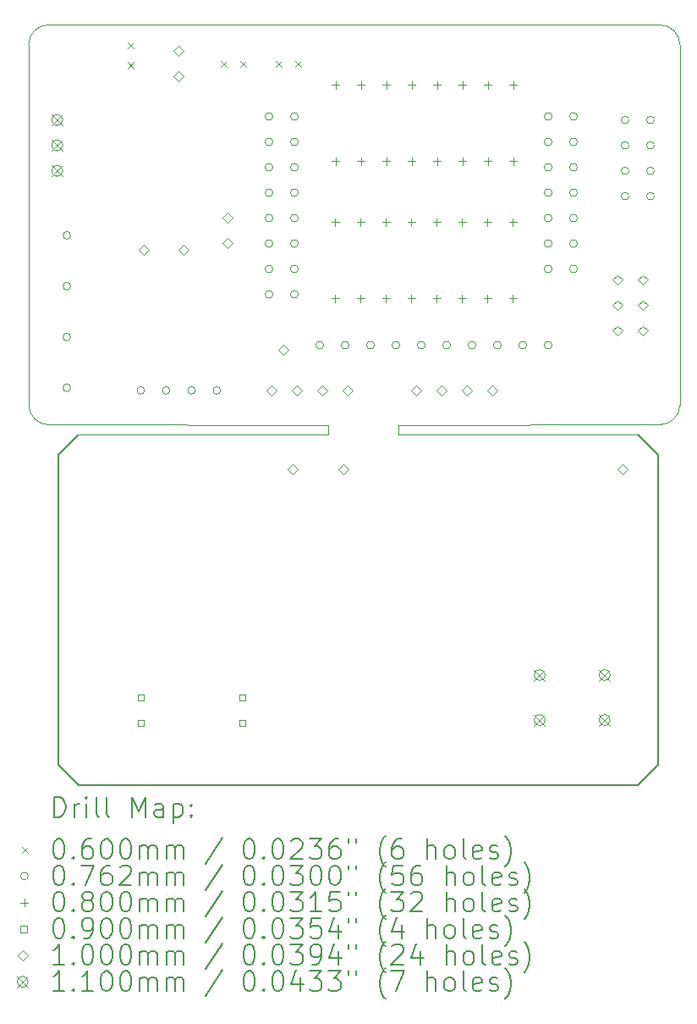
<source format=gbr>
%TF.GenerationSoftware,KiCad,Pcbnew,8.0.1*%
%TF.CreationDate,2024-04-01T21:08:24-04:00*%
%TF.ProjectId,esp32-node-board-40x65,65737033-322d-46e6-9f64-652d626f6172,rev?*%
%TF.SameCoordinates,Original*%
%TF.FileFunction,Drillmap*%
%TF.FilePolarity,Positive*%
%FSLAX45Y45*%
G04 Gerber Fmt 4.5, Leading zero omitted, Abs format (unit mm)*
G04 Created by KiCad (PCBNEW 8.0.1) date 2024-04-01 21:08:24*
%MOMM*%
%LPD*%
G01*
G04 APERTURE LIST*
%ADD10C,0.100000*%
%ADD11C,0.150000*%
%ADD12C,0.200000*%
%ADD13C,0.110000*%
G04 APERTURE END LIST*
D10*
X11700000Y-8025000D02*
X14318579Y-8023579D01*
X11700000Y-8125000D02*
X11700000Y-8025000D01*
X14100000Y-8125000D02*
X11700000Y-8125000D01*
X8201421Y-8023579D02*
X11000000Y-8025000D01*
X11000000Y-8125000D02*
X11000000Y-8025000D01*
X8500000Y-8125000D02*
X11000000Y-8125000D01*
D11*
X14100000Y-11625000D02*
X8500000Y-11625000D01*
X8300000Y-8325000D02*
X8300000Y-11425000D01*
X14300000Y-8325000D02*
X14300000Y-11425000D01*
X8300000Y-11425000D02*
X8500000Y-11625000D01*
X14300000Y-11425000D02*
X14100000Y-11625000D01*
X8500000Y-8125000D02*
X8300000Y-8325000D01*
X14100000Y-8125000D02*
X14300000Y-8325000D01*
D10*
X8000000Y-4225000D02*
X8001421Y-7823579D01*
X14318579Y-4026421D02*
G75*
G02*
X14518579Y-4226421I1J-199999D01*
G01*
X8201421Y-8023579D02*
G75*
G02*
X8001421Y-7823579I-1J199999D01*
G01*
X14518579Y-4226421D02*
X14518579Y-7823579D01*
X8000000Y-4225000D02*
G75*
G02*
X8200000Y-4025000I200000J0D01*
G01*
X14518579Y-7823579D02*
G75*
G02*
X14318579Y-8023579I-199999J-1D01*
G01*
X14318579Y-4026421D02*
X8200000Y-4025000D01*
D12*
D10*
X8990000Y-4200000D02*
X9050000Y-4260000D01*
X9050000Y-4200000D02*
X8990000Y-4260000D01*
X8990000Y-4400000D02*
X9050000Y-4460000D01*
X9050000Y-4400000D02*
X8990000Y-4460000D01*
X9920000Y-4390000D02*
X9980000Y-4450000D01*
X9980000Y-4390000D02*
X9920000Y-4450000D01*
X10120000Y-4390000D02*
X10180000Y-4450000D01*
X10180000Y-4390000D02*
X10120000Y-4450000D01*
X10470000Y-4390000D02*
X10530000Y-4450000D01*
X10530000Y-4390000D02*
X10470000Y-4450000D01*
X10670000Y-4390000D02*
X10730000Y-4450000D01*
X10730000Y-4390000D02*
X10670000Y-4450000D01*
X8420100Y-6131000D02*
G75*
G02*
X8343900Y-6131000I-38100J0D01*
G01*
X8343900Y-6131000D02*
G75*
G02*
X8420100Y-6131000I38100J0D01*
G01*
X8420100Y-6639000D02*
G75*
G02*
X8343900Y-6639000I-38100J0D01*
G01*
X8343900Y-6639000D02*
G75*
G02*
X8420100Y-6639000I38100J0D01*
G01*
X8420100Y-7147000D02*
G75*
G02*
X8343900Y-7147000I-38100J0D01*
G01*
X8343900Y-7147000D02*
G75*
G02*
X8420100Y-7147000I38100J0D01*
G01*
X8420100Y-7655000D02*
G75*
G02*
X8343900Y-7655000I-38100J0D01*
G01*
X8343900Y-7655000D02*
G75*
G02*
X8420100Y-7655000I38100J0D01*
G01*
X9160100Y-7680000D02*
G75*
G02*
X9083900Y-7680000I-38100J0D01*
G01*
X9083900Y-7680000D02*
G75*
G02*
X9160100Y-7680000I38100J0D01*
G01*
X9414100Y-7680000D02*
G75*
G02*
X9337900Y-7680000I-38100J0D01*
G01*
X9337900Y-7680000D02*
G75*
G02*
X9414100Y-7680000I38100J0D01*
G01*
X9668100Y-7680000D02*
G75*
G02*
X9591900Y-7680000I-38100J0D01*
G01*
X9591900Y-7680000D02*
G75*
G02*
X9668100Y-7680000I38100J0D01*
G01*
X9922100Y-7680000D02*
G75*
G02*
X9845900Y-7680000I-38100J0D01*
G01*
X9845900Y-7680000D02*
G75*
G02*
X9922100Y-7680000I38100J0D01*
G01*
X10444100Y-4942000D02*
G75*
G02*
X10367900Y-4942000I-38100J0D01*
G01*
X10367900Y-4942000D02*
G75*
G02*
X10444100Y-4942000I38100J0D01*
G01*
X10444100Y-5196000D02*
G75*
G02*
X10367900Y-5196000I-38100J0D01*
G01*
X10367900Y-5196000D02*
G75*
G02*
X10444100Y-5196000I38100J0D01*
G01*
X10444100Y-5450000D02*
G75*
G02*
X10367900Y-5450000I-38100J0D01*
G01*
X10367900Y-5450000D02*
G75*
G02*
X10444100Y-5450000I38100J0D01*
G01*
X10444100Y-5704000D02*
G75*
G02*
X10367900Y-5704000I-38100J0D01*
G01*
X10367900Y-5704000D02*
G75*
G02*
X10444100Y-5704000I38100J0D01*
G01*
X10444100Y-5958000D02*
G75*
G02*
X10367900Y-5958000I-38100J0D01*
G01*
X10367900Y-5958000D02*
G75*
G02*
X10444100Y-5958000I38100J0D01*
G01*
X10444100Y-6212000D02*
G75*
G02*
X10367900Y-6212000I-38100J0D01*
G01*
X10367900Y-6212000D02*
G75*
G02*
X10444100Y-6212000I38100J0D01*
G01*
X10444100Y-6466000D02*
G75*
G02*
X10367900Y-6466000I-38100J0D01*
G01*
X10367900Y-6466000D02*
G75*
G02*
X10444100Y-6466000I38100J0D01*
G01*
X10444100Y-6720000D02*
G75*
G02*
X10367900Y-6720000I-38100J0D01*
G01*
X10367900Y-6720000D02*
G75*
G02*
X10444100Y-6720000I38100J0D01*
G01*
X10698100Y-4942000D02*
G75*
G02*
X10621900Y-4942000I-38100J0D01*
G01*
X10621900Y-4942000D02*
G75*
G02*
X10698100Y-4942000I38100J0D01*
G01*
X10698100Y-5196000D02*
G75*
G02*
X10621900Y-5196000I-38100J0D01*
G01*
X10621900Y-5196000D02*
G75*
G02*
X10698100Y-5196000I38100J0D01*
G01*
X10698100Y-5450000D02*
G75*
G02*
X10621900Y-5450000I-38100J0D01*
G01*
X10621900Y-5450000D02*
G75*
G02*
X10698100Y-5450000I38100J0D01*
G01*
X10698100Y-5704000D02*
G75*
G02*
X10621900Y-5704000I-38100J0D01*
G01*
X10621900Y-5704000D02*
G75*
G02*
X10698100Y-5704000I38100J0D01*
G01*
X10698100Y-5958000D02*
G75*
G02*
X10621900Y-5958000I-38100J0D01*
G01*
X10621900Y-5958000D02*
G75*
G02*
X10698100Y-5958000I38100J0D01*
G01*
X10698100Y-6212000D02*
G75*
G02*
X10621900Y-6212000I-38100J0D01*
G01*
X10621900Y-6212000D02*
G75*
G02*
X10698100Y-6212000I38100J0D01*
G01*
X10698100Y-6466000D02*
G75*
G02*
X10621900Y-6466000I-38100J0D01*
G01*
X10621900Y-6466000D02*
G75*
G02*
X10698100Y-6466000I38100J0D01*
G01*
X10698100Y-6720000D02*
G75*
G02*
X10621900Y-6720000I-38100J0D01*
G01*
X10621900Y-6720000D02*
G75*
G02*
X10698100Y-6720000I38100J0D01*
G01*
X10952100Y-7228000D02*
G75*
G02*
X10875900Y-7228000I-38100J0D01*
G01*
X10875900Y-7228000D02*
G75*
G02*
X10952100Y-7228000I38100J0D01*
G01*
X11206100Y-7228000D02*
G75*
G02*
X11129900Y-7228000I-38100J0D01*
G01*
X11129900Y-7228000D02*
G75*
G02*
X11206100Y-7228000I38100J0D01*
G01*
X11460100Y-7228000D02*
G75*
G02*
X11383900Y-7228000I-38100J0D01*
G01*
X11383900Y-7228000D02*
G75*
G02*
X11460100Y-7228000I38100J0D01*
G01*
X11714100Y-7228000D02*
G75*
G02*
X11637900Y-7228000I-38100J0D01*
G01*
X11637900Y-7228000D02*
G75*
G02*
X11714100Y-7228000I38100J0D01*
G01*
X11968100Y-7228000D02*
G75*
G02*
X11891900Y-7228000I-38100J0D01*
G01*
X11891900Y-7228000D02*
G75*
G02*
X11968100Y-7228000I38100J0D01*
G01*
X12222100Y-7228000D02*
G75*
G02*
X12145900Y-7228000I-38100J0D01*
G01*
X12145900Y-7228000D02*
G75*
G02*
X12222100Y-7228000I38100J0D01*
G01*
X12476100Y-7228000D02*
G75*
G02*
X12399900Y-7228000I-38100J0D01*
G01*
X12399900Y-7228000D02*
G75*
G02*
X12476100Y-7228000I38100J0D01*
G01*
X12730100Y-7228000D02*
G75*
G02*
X12653900Y-7228000I-38100J0D01*
G01*
X12653900Y-7228000D02*
G75*
G02*
X12730100Y-7228000I38100J0D01*
G01*
X12984100Y-7228000D02*
G75*
G02*
X12907900Y-7228000I-38100J0D01*
G01*
X12907900Y-7228000D02*
G75*
G02*
X12984100Y-7228000I38100J0D01*
G01*
X13238100Y-4942000D02*
G75*
G02*
X13161900Y-4942000I-38100J0D01*
G01*
X13161900Y-4942000D02*
G75*
G02*
X13238100Y-4942000I38100J0D01*
G01*
X13238100Y-5196000D02*
G75*
G02*
X13161900Y-5196000I-38100J0D01*
G01*
X13161900Y-5196000D02*
G75*
G02*
X13238100Y-5196000I38100J0D01*
G01*
X13238100Y-5450000D02*
G75*
G02*
X13161900Y-5450000I-38100J0D01*
G01*
X13161900Y-5450000D02*
G75*
G02*
X13238100Y-5450000I38100J0D01*
G01*
X13238100Y-5704000D02*
G75*
G02*
X13161900Y-5704000I-38100J0D01*
G01*
X13161900Y-5704000D02*
G75*
G02*
X13238100Y-5704000I38100J0D01*
G01*
X13238100Y-5958000D02*
G75*
G02*
X13161900Y-5958000I-38100J0D01*
G01*
X13161900Y-5958000D02*
G75*
G02*
X13238100Y-5958000I38100J0D01*
G01*
X13238100Y-6212000D02*
G75*
G02*
X13161900Y-6212000I-38100J0D01*
G01*
X13161900Y-6212000D02*
G75*
G02*
X13238100Y-6212000I38100J0D01*
G01*
X13238100Y-6466000D02*
G75*
G02*
X13161900Y-6466000I-38100J0D01*
G01*
X13161900Y-6466000D02*
G75*
G02*
X13238100Y-6466000I38100J0D01*
G01*
X13238100Y-7228000D02*
G75*
G02*
X13161900Y-7228000I-38100J0D01*
G01*
X13161900Y-7228000D02*
G75*
G02*
X13238100Y-7228000I38100J0D01*
G01*
X13492100Y-4942000D02*
G75*
G02*
X13415900Y-4942000I-38100J0D01*
G01*
X13415900Y-4942000D02*
G75*
G02*
X13492100Y-4942000I38100J0D01*
G01*
X13492100Y-5196000D02*
G75*
G02*
X13415900Y-5196000I-38100J0D01*
G01*
X13415900Y-5196000D02*
G75*
G02*
X13492100Y-5196000I38100J0D01*
G01*
X13492100Y-5450000D02*
G75*
G02*
X13415900Y-5450000I-38100J0D01*
G01*
X13415900Y-5450000D02*
G75*
G02*
X13492100Y-5450000I38100J0D01*
G01*
X13492100Y-5704000D02*
G75*
G02*
X13415900Y-5704000I-38100J0D01*
G01*
X13415900Y-5704000D02*
G75*
G02*
X13492100Y-5704000I38100J0D01*
G01*
X13492100Y-5958000D02*
G75*
G02*
X13415900Y-5958000I-38100J0D01*
G01*
X13415900Y-5958000D02*
G75*
G02*
X13492100Y-5958000I38100J0D01*
G01*
X13492100Y-6212000D02*
G75*
G02*
X13415900Y-6212000I-38100J0D01*
G01*
X13415900Y-6212000D02*
G75*
G02*
X13492100Y-6212000I38100J0D01*
G01*
X13492100Y-6466000D02*
G75*
G02*
X13415900Y-6466000I-38100J0D01*
G01*
X13415900Y-6466000D02*
G75*
G02*
X13492100Y-6466000I38100J0D01*
G01*
X14008100Y-4977000D02*
G75*
G02*
X13931900Y-4977000I-38100J0D01*
G01*
X13931900Y-4977000D02*
G75*
G02*
X14008100Y-4977000I38100J0D01*
G01*
X14008100Y-5231000D02*
G75*
G02*
X13931900Y-5231000I-38100J0D01*
G01*
X13931900Y-5231000D02*
G75*
G02*
X14008100Y-5231000I38100J0D01*
G01*
X14008100Y-5485000D02*
G75*
G02*
X13931900Y-5485000I-38100J0D01*
G01*
X13931900Y-5485000D02*
G75*
G02*
X14008100Y-5485000I38100J0D01*
G01*
X14008100Y-5739000D02*
G75*
G02*
X13931900Y-5739000I-38100J0D01*
G01*
X13931900Y-5739000D02*
G75*
G02*
X14008100Y-5739000I38100J0D01*
G01*
X14262100Y-4977000D02*
G75*
G02*
X14185900Y-4977000I-38100J0D01*
G01*
X14185900Y-4977000D02*
G75*
G02*
X14262100Y-4977000I38100J0D01*
G01*
X14262100Y-5231000D02*
G75*
G02*
X14185900Y-5231000I-38100J0D01*
G01*
X14185900Y-5231000D02*
G75*
G02*
X14262100Y-5231000I38100J0D01*
G01*
X14262100Y-5485000D02*
G75*
G02*
X14185900Y-5485000I-38100J0D01*
G01*
X14185900Y-5485000D02*
G75*
G02*
X14262100Y-5485000I38100J0D01*
G01*
X14262100Y-5739000D02*
G75*
G02*
X14185900Y-5739000I-38100J0D01*
G01*
X14185900Y-5739000D02*
G75*
G02*
X14262100Y-5739000I38100J0D01*
G01*
X11069500Y-5960000D02*
X11069500Y-6040000D01*
X11029500Y-6000000D02*
X11109500Y-6000000D01*
X11069500Y-6722000D02*
X11069500Y-6802000D01*
X11029500Y-6762000D02*
X11109500Y-6762000D01*
X11072500Y-4588000D02*
X11072500Y-4668000D01*
X11032500Y-4628000D02*
X11112500Y-4628000D01*
X11072500Y-5350000D02*
X11072500Y-5430000D01*
X11032500Y-5390000D02*
X11112500Y-5390000D01*
X11323500Y-5960000D02*
X11323500Y-6040000D01*
X11283500Y-6000000D02*
X11363500Y-6000000D01*
X11323500Y-6722000D02*
X11323500Y-6802000D01*
X11283500Y-6762000D02*
X11363500Y-6762000D01*
X11326500Y-4588000D02*
X11326500Y-4668000D01*
X11286500Y-4628000D02*
X11366500Y-4628000D01*
X11326500Y-5350000D02*
X11326500Y-5430000D01*
X11286500Y-5390000D02*
X11366500Y-5390000D01*
X11577500Y-5960000D02*
X11577500Y-6040000D01*
X11537500Y-6000000D02*
X11617500Y-6000000D01*
X11577500Y-6722000D02*
X11577500Y-6802000D01*
X11537500Y-6762000D02*
X11617500Y-6762000D01*
X11580500Y-4588000D02*
X11580500Y-4668000D01*
X11540500Y-4628000D02*
X11620500Y-4628000D01*
X11580500Y-5350000D02*
X11580500Y-5430000D01*
X11540500Y-5390000D02*
X11620500Y-5390000D01*
X11831500Y-5960000D02*
X11831500Y-6040000D01*
X11791500Y-6000000D02*
X11871500Y-6000000D01*
X11831500Y-6722000D02*
X11831500Y-6802000D01*
X11791500Y-6762000D02*
X11871500Y-6762000D01*
X11834500Y-4588000D02*
X11834500Y-4668000D01*
X11794500Y-4628000D02*
X11874500Y-4628000D01*
X11834500Y-5350000D02*
X11834500Y-5430000D01*
X11794500Y-5390000D02*
X11874500Y-5390000D01*
X12085500Y-5960000D02*
X12085500Y-6040000D01*
X12045500Y-6000000D02*
X12125500Y-6000000D01*
X12085500Y-6722000D02*
X12085500Y-6802000D01*
X12045500Y-6762000D02*
X12125500Y-6762000D01*
X12088500Y-4588000D02*
X12088500Y-4668000D01*
X12048500Y-4628000D02*
X12128500Y-4628000D01*
X12088500Y-5350000D02*
X12088500Y-5430000D01*
X12048500Y-5390000D02*
X12128500Y-5390000D01*
X12339500Y-5960000D02*
X12339500Y-6040000D01*
X12299500Y-6000000D02*
X12379500Y-6000000D01*
X12339500Y-6722000D02*
X12339500Y-6802000D01*
X12299500Y-6762000D02*
X12379500Y-6762000D01*
X12342500Y-4588000D02*
X12342500Y-4668000D01*
X12302500Y-4628000D02*
X12382500Y-4628000D01*
X12342500Y-5350000D02*
X12342500Y-5430000D01*
X12302500Y-5390000D02*
X12382500Y-5390000D01*
X12593500Y-5960000D02*
X12593500Y-6040000D01*
X12553500Y-6000000D02*
X12633500Y-6000000D01*
X12593500Y-6722000D02*
X12593500Y-6802000D01*
X12553500Y-6762000D02*
X12633500Y-6762000D01*
X12596500Y-4588000D02*
X12596500Y-4668000D01*
X12556500Y-4628000D02*
X12636500Y-4628000D01*
X12596500Y-5350000D02*
X12596500Y-5430000D01*
X12556500Y-5390000D02*
X12636500Y-5390000D01*
X12847500Y-5960000D02*
X12847500Y-6040000D01*
X12807500Y-6000000D02*
X12887500Y-6000000D01*
X12847500Y-6722000D02*
X12847500Y-6802000D01*
X12807500Y-6762000D02*
X12887500Y-6762000D01*
X12850500Y-4588000D02*
X12850500Y-4668000D01*
X12810500Y-4628000D02*
X12890500Y-4628000D01*
X12850500Y-5350000D02*
X12850500Y-5430000D01*
X12810500Y-5390000D02*
X12890500Y-5390000D01*
X9153820Y-10782820D02*
X9153820Y-10719180D01*
X9090180Y-10719180D01*
X9090180Y-10782820D01*
X9153820Y-10782820D01*
X9153820Y-11036820D02*
X9153820Y-10973180D01*
X9090180Y-10973180D01*
X9090180Y-11036820D01*
X9153820Y-11036820D01*
X10169820Y-10782820D02*
X10169820Y-10719180D01*
X10106180Y-10719180D01*
X10106180Y-10782820D01*
X10169820Y-10782820D01*
X10169820Y-11036820D02*
X10169820Y-10973180D01*
X10106180Y-10973180D01*
X10106180Y-11036820D01*
X10169820Y-11036820D01*
X9150000Y-6325000D02*
X9200000Y-6275000D01*
X9150000Y-6225000D01*
X9100000Y-6275000D01*
X9150000Y-6325000D01*
X9502500Y-4335000D02*
X9552500Y-4285000D01*
X9502500Y-4235000D01*
X9452500Y-4285000D01*
X9502500Y-4335000D01*
X9502500Y-4589000D02*
X9552500Y-4539000D01*
X9502500Y-4489000D01*
X9452500Y-4539000D01*
X9502500Y-4589000D01*
X9550000Y-6325000D02*
X9600000Y-6275000D01*
X9550000Y-6225000D01*
X9500000Y-6275000D01*
X9550000Y-6325000D01*
X9992500Y-6005000D02*
X10042500Y-5955000D01*
X9992500Y-5905000D01*
X9942500Y-5955000D01*
X9992500Y-6005000D01*
X9992500Y-6259000D02*
X10042500Y-6209000D01*
X9992500Y-6159000D01*
X9942500Y-6209000D01*
X9992500Y-6259000D01*
X10432000Y-7730000D02*
X10482000Y-7680000D01*
X10432000Y-7630000D01*
X10382000Y-7680000D01*
X10432000Y-7730000D01*
X10550000Y-7325000D02*
X10600000Y-7275000D01*
X10550000Y-7225000D01*
X10500000Y-7275000D01*
X10550000Y-7325000D01*
X10646000Y-8515000D02*
X10696000Y-8465000D01*
X10646000Y-8415000D01*
X10596000Y-8465000D01*
X10646000Y-8515000D01*
X10686000Y-7730000D02*
X10736000Y-7680000D01*
X10686000Y-7630000D01*
X10636000Y-7680000D01*
X10686000Y-7730000D01*
X10940000Y-7730000D02*
X10990000Y-7680000D01*
X10940000Y-7630000D01*
X10890000Y-7680000D01*
X10940000Y-7730000D01*
X11154000Y-8515000D02*
X11204000Y-8465000D01*
X11154000Y-8415000D01*
X11104000Y-8465000D01*
X11154000Y-8515000D01*
X11194000Y-7730000D02*
X11244000Y-7680000D01*
X11194000Y-7630000D01*
X11144000Y-7680000D01*
X11194000Y-7730000D01*
X11876000Y-7730000D02*
X11926000Y-7680000D01*
X11876000Y-7630000D01*
X11826000Y-7680000D01*
X11876000Y-7730000D01*
X12130000Y-7730000D02*
X12180000Y-7680000D01*
X12130000Y-7630000D01*
X12080000Y-7680000D01*
X12130000Y-7730000D01*
X12384000Y-7730000D02*
X12434000Y-7680000D01*
X12384000Y-7630000D01*
X12334000Y-7680000D01*
X12384000Y-7730000D01*
X12638000Y-7730000D02*
X12688000Y-7680000D01*
X12638000Y-7630000D01*
X12588000Y-7680000D01*
X12638000Y-7730000D01*
X13896000Y-6626000D02*
X13946000Y-6576000D01*
X13896000Y-6526000D01*
X13846000Y-6576000D01*
X13896000Y-6626000D01*
X13896000Y-6880000D02*
X13946000Y-6830000D01*
X13896000Y-6780000D01*
X13846000Y-6830000D01*
X13896000Y-6880000D01*
X13896000Y-7134000D02*
X13946000Y-7084000D01*
X13896000Y-7034000D01*
X13846000Y-7084000D01*
X13896000Y-7134000D01*
X13948000Y-8515000D02*
X13998000Y-8465000D01*
X13948000Y-8415000D01*
X13898000Y-8465000D01*
X13948000Y-8515000D01*
X14150000Y-6626000D02*
X14200000Y-6576000D01*
X14150000Y-6526000D01*
X14100000Y-6576000D01*
X14150000Y-6626000D01*
X14150000Y-6880000D02*
X14200000Y-6830000D01*
X14150000Y-6780000D01*
X14100000Y-6830000D01*
X14150000Y-6880000D01*
X14150000Y-7134000D02*
X14200000Y-7084000D01*
X14150000Y-7034000D01*
X14100000Y-7084000D01*
X14150000Y-7134000D01*
D13*
X8230500Y-4922000D02*
X8340500Y-5032000D01*
X8340500Y-4922000D02*
X8230500Y-5032000D01*
X8340500Y-4977000D02*
G75*
G02*
X8230500Y-4977000I-55000J0D01*
G01*
X8230500Y-4977000D02*
G75*
G02*
X8340500Y-4977000I55000J0D01*
G01*
X8230500Y-5176000D02*
X8340500Y-5286000D01*
X8340500Y-5176000D02*
X8230500Y-5286000D01*
X8340500Y-5231000D02*
G75*
G02*
X8230500Y-5231000I-55000J0D01*
G01*
X8230500Y-5231000D02*
G75*
G02*
X8340500Y-5231000I55000J0D01*
G01*
X8230500Y-5430000D02*
X8340500Y-5540000D01*
X8340500Y-5430000D02*
X8230500Y-5540000D01*
X8340500Y-5485000D02*
G75*
G02*
X8230500Y-5485000I-55000J0D01*
G01*
X8230500Y-5485000D02*
G75*
G02*
X8340500Y-5485000I55000J0D01*
G01*
X13060000Y-10471000D02*
X13170000Y-10581000D01*
X13170000Y-10471000D02*
X13060000Y-10581000D01*
X13170000Y-10526000D02*
G75*
G02*
X13060000Y-10526000I-55000J0D01*
G01*
X13060000Y-10526000D02*
G75*
G02*
X13170000Y-10526000I55000J0D01*
G01*
X13060000Y-10921000D02*
X13170000Y-11031000D01*
X13170000Y-10921000D02*
X13060000Y-11031000D01*
X13170000Y-10976000D02*
G75*
G02*
X13060000Y-10976000I-55000J0D01*
G01*
X13060000Y-10976000D02*
G75*
G02*
X13170000Y-10976000I55000J0D01*
G01*
X13710000Y-10471000D02*
X13820000Y-10581000D01*
X13820000Y-10471000D02*
X13710000Y-10581000D01*
X13820000Y-10526000D02*
G75*
G02*
X13710000Y-10526000I-55000J0D01*
G01*
X13710000Y-10526000D02*
G75*
G02*
X13820000Y-10526000I55000J0D01*
G01*
X13710000Y-10921000D02*
X13820000Y-11031000D01*
X13820000Y-10921000D02*
X13710000Y-11031000D01*
X13820000Y-10976000D02*
G75*
G02*
X13710000Y-10976000I-55000J0D01*
G01*
X13710000Y-10976000D02*
G75*
G02*
X13820000Y-10976000I55000J0D01*
G01*
D12*
X8255777Y-11943984D02*
X8255777Y-11743984D01*
X8255777Y-11743984D02*
X8303396Y-11743984D01*
X8303396Y-11743984D02*
X8331967Y-11753508D01*
X8331967Y-11753508D02*
X8351015Y-11772555D01*
X8351015Y-11772555D02*
X8360539Y-11791603D01*
X8360539Y-11791603D02*
X8370062Y-11829698D01*
X8370062Y-11829698D02*
X8370062Y-11858269D01*
X8370062Y-11858269D02*
X8360539Y-11896365D01*
X8360539Y-11896365D02*
X8351015Y-11915412D01*
X8351015Y-11915412D02*
X8331967Y-11934460D01*
X8331967Y-11934460D02*
X8303396Y-11943984D01*
X8303396Y-11943984D02*
X8255777Y-11943984D01*
X8455777Y-11943984D02*
X8455777Y-11810650D01*
X8455777Y-11848746D02*
X8465301Y-11829698D01*
X8465301Y-11829698D02*
X8474824Y-11820174D01*
X8474824Y-11820174D02*
X8493872Y-11810650D01*
X8493872Y-11810650D02*
X8512920Y-11810650D01*
X8579586Y-11943984D02*
X8579586Y-11810650D01*
X8579586Y-11743984D02*
X8570063Y-11753508D01*
X8570063Y-11753508D02*
X8579586Y-11763031D01*
X8579586Y-11763031D02*
X8589110Y-11753508D01*
X8589110Y-11753508D02*
X8579586Y-11743984D01*
X8579586Y-11743984D02*
X8579586Y-11763031D01*
X8703396Y-11943984D02*
X8684348Y-11934460D01*
X8684348Y-11934460D02*
X8674824Y-11915412D01*
X8674824Y-11915412D02*
X8674824Y-11743984D01*
X8808158Y-11943984D02*
X8789110Y-11934460D01*
X8789110Y-11934460D02*
X8779586Y-11915412D01*
X8779586Y-11915412D02*
X8779586Y-11743984D01*
X9036729Y-11943984D02*
X9036729Y-11743984D01*
X9036729Y-11743984D02*
X9103396Y-11886841D01*
X9103396Y-11886841D02*
X9170063Y-11743984D01*
X9170063Y-11743984D02*
X9170063Y-11943984D01*
X9351015Y-11943984D02*
X9351015Y-11839222D01*
X9351015Y-11839222D02*
X9341491Y-11820174D01*
X9341491Y-11820174D02*
X9322444Y-11810650D01*
X9322444Y-11810650D02*
X9284348Y-11810650D01*
X9284348Y-11810650D02*
X9265301Y-11820174D01*
X9351015Y-11934460D02*
X9331967Y-11943984D01*
X9331967Y-11943984D02*
X9284348Y-11943984D01*
X9284348Y-11943984D02*
X9265301Y-11934460D01*
X9265301Y-11934460D02*
X9255777Y-11915412D01*
X9255777Y-11915412D02*
X9255777Y-11896365D01*
X9255777Y-11896365D02*
X9265301Y-11877317D01*
X9265301Y-11877317D02*
X9284348Y-11867793D01*
X9284348Y-11867793D02*
X9331967Y-11867793D01*
X9331967Y-11867793D02*
X9351015Y-11858269D01*
X9446253Y-11810650D02*
X9446253Y-12010650D01*
X9446253Y-11820174D02*
X9465301Y-11810650D01*
X9465301Y-11810650D02*
X9503396Y-11810650D01*
X9503396Y-11810650D02*
X9522444Y-11820174D01*
X9522444Y-11820174D02*
X9531967Y-11829698D01*
X9531967Y-11829698D02*
X9541491Y-11848746D01*
X9541491Y-11848746D02*
X9541491Y-11905888D01*
X9541491Y-11905888D02*
X9531967Y-11924936D01*
X9531967Y-11924936D02*
X9522444Y-11934460D01*
X9522444Y-11934460D02*
X9503396Y-11943984D01*
X9503396Y-11943984D02*
X9465301Y-11943984D01*
X9465301Y-11943984D02*
X9446253Y-11934460D01*
X9627205Y-11924936D02*
X9636729Y-11934460D01*
X9636729Y-11934460D02*
X9627205Y-11943984D01*
X9627205Y-11943984D02*
X9617682Y-11934460D01*
X9617682Y-11934460D02*
X9627205Y-11924936D01*
X9627205Y-11924936D02*
X9627205Y-11943984D01*
X9627205Y-11820174D02*
X9636729Y-11829698D01*
X9636729Y-11829698D02*
X9627205Y-11839222D01*
X9627205Y-11839222D02*
X9617682Y-11829698D01*
X9617682Y-11829698D02*
X9627205Y-11820174D01*
X9627205Y-11820174D02*
X9627205Y-11839222D01*
D10*
X7935000Y-12242500D02*
X7995000Y-12302500D01*
X7995000Y-12242500D02*
X7935000Y-12302500D01*
D12*
X8293872Y-12163984D02*
X8312920Y-12163984D01*
X8312920Y-12163984D02*
X8331967Y-12173508D01*
X8331967Y-12173508D02*
X8341491Y-12183031D01*
X8341491Y-12183031D02*
X8351015Y-12202079D01*
X8351015Y-12202079D02*
X8360539Y-12240174D01*
X8360539Y-12240174D02*
X8360539Y-12287793D01*
X8360539Y-12287793D02*
X8351015Y-12325888D01*
X8351015Y-12325888D02*
X8341491Y-12344936D01*
X8341491Y-12344936D02*
X8331967Y-12354460D01*
X8331967Y-12354460D02*
X8312920Y-12363984D01*
X8312920Y-12363984D02*
X8293872Y-12363984D01*
X8293872Y-12363984D02*
X8274824Y-12354460D01*
X8274824Y-12354460D02*
X8265301Y-12344936D01*
X8265301Y-12344936D02*
X8255777Y-12325888D01*
X8255777Y-12325888D02*
X8246253Y-12287793D01*
X8246253Y-12287793D02*
X8246253Y-12240174D01*
X8246253Y-12240174D02*
X8255777Y-12202079D01*
X8255777Y-12202079D02*
X8265301Y-12183031D01*
X8265301Y-12183031D02*
X8274824Y-12173508D01*
X8274824Y-12173508D02*
X8293872Y-12163984D01*
X8446253Y-12344936D02*
X8455777Y-12354460D01*
X8455777Y-12354460D02*
X8446253Y-12363984D01*
X8446253Y-12363984D02*
X8436729Y-12354460D01*
X8436729Y-12354460D02*
X8446253Y-12344936D01*
X8446253Y-12344936D02*
X8446253Y-12363984D01*
X8627205Y-12163984D02*
X8589110Y-12163984D01*
X8589110Y-12163984D02*
X8570063Y-12173508D01*
X8570063Y-12173508D02*
X8560539Y-12183031D01*
X8560539Y-12183031D02*
X8541491Y-12211603D01*
X8541491Y-12211603D02*
X8531967Y-12249698D01*
X8531967Y-12249698D02*
X8531967Y-12325888D01*
X8531967Y-12325888D02*
X8541491Y-12344936D01*
X8541491Y-12344936D02*
X8551015Y-12354460D01*
X8551015Y-12354460D02*
X8570063Y-12363984D01*
X8570063Y-12363984D02*
X8608158Y-12363984D01*
X8608158Y-12363984D02*
X8627205Y-12354460D01*
X8627205Y-12354460D02*
X8636729Y-12344936D01*
X8636729Y-12344936D02*
X8646253Y-12325888D01*
X8646253Y-12325888D02*
X8646253Y-12278269D01*
X8646253Y-12278269D02*
X8636729Y-12259222D01*
X8636729Y-12259222D02*
X8627205Y-12249698D01*
X8627205Y-12249698D02*
X8608158Y-12240174D01*
X8608158Y-12240174D02*
X8570063Y-12240174D01*
X8570063Y-12240174D02*
X8551015Y-12249698D01*
X8551015Y-12249698D02*
X8541491Y-12259222D01*
X8541491Y-12259222D02*
X8531967Y-12278269D01*
X8770063Y-12163984D02*
X8789110Y-12163984D01*
X8789110Y-12163984D02*
X8808158Y-12173508D01*
X8808158Y-12173508D02*
X8817682Y-12183031D01*
X8817682Y-12183031D02*
X8827205Y-12202079D01*
X8827205Y-12202079D02*
X8836729Y-12240174D01*
X8836729Y-12240174D02*
X8836729Y-12287793D01*
X8836729Y-12287793D02*
X8827205Y-12325888D01*
X8827205Y-12325888D02*
X8817682Y-12344936D01*
X8817682Y-12344936D02*
X8808158Y-12354460D01*
X8808158Y-12354460D02*
X8789110Y-12363984D01*
X8789110Y-12363984D02*
X8770063Y-12363984D01*
X8770063Y-12363984D02*
X8751015Y-12354460D01*
X8751015Y-12354460D02*
X8741491Y-12344936D01*
X8741491Y-12344936D02*
X8731967Y-12325888D01*
X8731967Y-12325888D02*
X8722444Y-12287793D01*
X8722444Y-12287793D02*
X8722444Y-12240174D01*
X8722444Y-12240174D02*
X8731967Y-12202079D01*
X8731967Y-12202079D02*
X8741491Y-12183031D01*
X8741491Y-12183031D02*
X8751015Y-12173508D01*
X8751015Y-12173508D02*
X8770063Y-12163984D01*
X8960539Y-12163984D02*
X8979586Y-12163984D01*
X8979586Y-12163984D02*
X8998634Y-12173508D01*
X8998634Y-12173508D02*
X9008158Y-12183031D01*
X9008158Y-12183031D02*
X9017682Y-12202079D01*
X9017682Y-12202079D02*
X9027205Y-12240174D01*
X9027205Y-12240174D02*
X9027205Y-12287793D01*
X9027205Y-12287793D02*
X9017682Y-12325888D01*
X9017682Y-12325888D02*
X9008158Y-12344936D01*
X9008158Y-12344936D02*
X8998634Y-12354460D01*
X8998634Y-12354460D02*
X8979586Y-12363984D01*
X8979586Y-12363984D02*
X8960539Y-12363984D01*
X8960539Y-12363984D02*
X8941491Y-12354460D01*
X8941491Y-12354460D02*
X8931967Y-12344936D01*
X8931967Y-12344936D02*
X8922444Y-12325888D01*
X8922444Y-12325888D02*
X8912920Y-12287793D01*
X8912920Y-12287793D02*
X8912920Y-12240174D01*
X8912920Y-12240174D02*
X8922444Y-12202079D01*
X8922444Y-12202079D02*
X8931967Y-12183031D01*
X8931967Y-12183031D02*
X8941491Y-12173508D01*
X8941491Y-12173508D02*
X8960539Y-12163984D01*
X9112920Y-12363984D02*
X9112920Y-12230650D01*
X9112920Y-12249698D02*
X9122444Y-12240174D01*
X9122444Y-12240174D02*
X9141491Y-12230650D01*
X9141491Y-12230650D02*
X9170063Y-12230650D01*
X9170063Y-12230650D02*
X9189110Y-12240174D01*
X9189110Y-12240174D02*
X9198634Y-12259222D01*
X9198634Y-12259222D02*
X9198634Y-12363984D01*
X9198634Y-12259222D02*
X9208158Y-12240174D01*
X9208158Y-12240174D02*
X9227205Y-12230650D01*
X9227205Y-12230650D02*
X9255777Y-12230650D01*
X9255777Y-12230650D02*
X9274825Y-12240174D01*
X9274825Y-12240174D02*
X9284348Y-12259222D01*
X9284348Y-12259222D02*
X9284348Y-12363984D01*
X9379586Y-12363984D02*
X9379586Y-12230650D01*
X9379586Y-12249698D02*
X9389110Y-12240174D01*
X9389110Y-12240174D02*
X9408158Y-12230650D01*
X9408158Y-12230650D02*
X9436729Y-12230650D01*
X9436729Y-12230650D02*
X9455777Y-12240174D01*
X9455777Y-12240174D02*
X9465301Y-12259222D01*
X9465301Y-12259222D02*
X9465301Y-12363984D01*
X9465301Y-12259222D02*
X9474825Y-12240174D01*
X9474825Y-12240174D02*
X9493872Y-12230650D01*
X9493872Y-12230650D02*
X9522444Y-12230650D01*
X9522444Y-12230650D02*
X9541491Y-12240174D01*
X9541491Y-12240174D02*
X9551015Y-12259222D01*
X9551015Y-12259222D02*
X9551015Y-12363984D01*
X9941491Y-12154460D02*
X9770063Y-12411603D01*
X10198634Y-12163984D02*
X10217682Y-12163984D01*
X10217682Y-12163984D02*
X10236729Y-12173508D01*
X10236729Y-12173508D02*
X10246253Y-12183031D01*
X10246253Y-12183031D02*
X10255777Y-12202079D01*
X10255777Y-12202079D02*
X10265301Y-12240174D01*
X10265301Y-12240174D02*
X10265301Y-12287793D01*
X10265301Y-12287793D02*
X10255777Y-12325888D01*
X10255777Y-12325888D02*
X10246253Y-12344936D01*
X10246253Y-12344936D02*
X10236729Y-12354460D01*
X10236729Y-12354460D02*
X10217682Y-12363984D01*
X10217682Y-12363984D02*
X10198634Y-12363984D01*
X10198634Y-12363984D02*
X10179587Y-12354460D01*
X10179587Y-12354460D02*
X10170063Y-12344936D01*
X10170063Y-12344936D02*
X10160539Y-12325888D01*
X10160539Y-12325888D02*
X10151015Y-12287793D01*
X10151015Y-12287793D02*
X10151015Y-12240174D01*
X10151015Y-12240174D02*
X10160539Y-12202079D01*
X10160539Y-12202079D02*
X10170063Y-12183031D01*
X10170063Y-12183031D02*
X10179587Y-12173508D01*
X10179587Y-12173508D02*
X10198634Y-12163984D01*
X10351015Y-12344936D02*
X10360539Y-12354460D01*
X10360539Y-12354460D02*
X10351015Y-12363984D01*
X10351015Y-12363984D02*
X10341491Y-12354460D01*
X10341491Y-12354460D02*
X10351015Y-12344936D01*
X10351015Y-12344936D02*
X10351015Y-12363984D01*
X10484348Y-12163984D02*
X10503396Y-12163984D01*
X10503396Y-12163984D02*
X10522444Y-12173508D01*
X10522444Y-12173508D02*
X10531968Y-12183031D01*
X10531968Y-12183031D02*
X10541491Y-12202079D01*
X10541491Y-12202079D02*
X10551015Y-12240174D01*
X10551015Y-12240174D02*
X10551015Y-12287793D01*
X10551015Y-12287793D02*
X10541491Y-12325888D01*
X10541491Y-12325888D02*
X10531968Y-12344936D01*
X10531968Y-12344936D02*
X10522444Y-12354460D01*
X10522444Y-12354460D02*
X10503396Y-12363984D01*
X10503396Y-12363984D02*
X10484348Y-12363984D01*
X10484348Y-12363984D02*
X10465301Y-12354460D01*
X10465301Y-12354460D02*
X10455777Y-12344936D01*
X10455777Y-12344936D02*
X10446253Y-12325888D01*
X10446253Y-12325888D02*
X10436729Y-12287793D01*
X10436729Y-12287793D02*
X10436729Y-12240174D01*
X10436729Y-12240174D02*
X10446253Y-12202079D01*
X10446253Y-12202079D02*
X10455777Y-12183031D01*
X10455777Y-12183031D02*
X10465301Y-12173508D01*
X10465301Y-12173508D02*
X10484348Y-12163984D01*
X10627206Y-12183031D02*
X10636729Y-12173508D01*
X10636729Y-12173508D02*
X10655777Y-12163984D01*
X10655777Y-12163984D02*
X10703396Y-12163984D01*
X10703396Y-12163984D02*
X10722444Y-12173508D01*
X10722444Y-12173508D02*
X10731968Y-12183031D01*
X10731968Y-12183031D02*
X10741491Y-12202079D01*
X10741491Y-12202079D02*
X10741491Y-12221127D01*
X10741491Y-12221127D02*
X10731968Y-12249698D01*
X10731968Y-12249698D02*
X10617682Y-12363984D01*
X10617682Y-12363984D02*
X10741491Y-12363984D01*
X10808158Y-12163984D02*
X10931968Y-12163984D01*
X10931968Y-12163984D02*
X10865301Y-12240174D01*
X10865301Y-12240174D02*
X10893872Y-12240174D01*
X10893872Y-12240174D02*
X10912920Y-12249698D01*
X10912920Y-12249698D02*
X10922444Y-12259222D01*
X10922444Y-12259222D02*
X10931968Y-12278269D01*
X10931968Y-12278269D02*
X10931968Y-12325888D01*
X10931968Y-12325888D02*
X10922444Y-12344936D01*
X10922444Y-12344936D02*
X10912920Y-12354460D01*
X10912920Y-12354460D02*
X10893872Y-12363984D01*
X10893872Y-12363984D02*
X10836729Y-12363984D01*
X10836729Y-12363984D02*
X10817682Y-12354460D01*
X10817682Y-12354460D02*
X10808158Y-12344936D01*
X11103396Y-12163984D02*
X11065301Y-12163984D01*
X11065301Y-12163984D02*
X11046253Y-12173508D01*
X11046253Y-12173508D02*
X11036729Y-12183031D01*
X11036729Y-12183031D02*
X11017682Y-12211603D01*
X11017682Y-12211603D02*
X11008158Y-12249698D01*
X11008158Y-12249698D02*
X11008158Y-12325888D01*
X11008158Y-12325888D02*
X11017682Y-12344936D01*
X11017682Y-12344936D02*
X11027206Y-12354460D01*
X11027206Y-12354460D02*
X11046253Y-12363984D01*
X11046253Y-12363984D02*
X11084349Y-12363984D01*
X11084349Y-12363984D02*
X11103396Y-12354460D01*
X11103396Y-12354460D02*
X11112920Y-12344936D01*
X11112920Y-12344936D02*
X11122444Y-12325888D01*
X11122444Y-12325888D02*
X11122444Y-12278269D01*
X11122444Y-12278269D02*
X11112920Y-12259222D01*
X11112920Y-12259222D02*
X11103396Y-12249698D01*
X11103396Y-12249698D02*
X11084349Y-12240174D01*
X11084349Y-12240174D02*
X11046253Y-12240174D01*
X11046253Y-12240174D02*
X11027206Y-12249698D01*
X11027206Y-12249698D02*
X11017682Y-12259222D01*
X11017682Y-12259222D02*
X11008158Y-12278269D01*
X11198634Y-12163984D02*
X11198634Y-12202079D01*
X11274825Y-12163984D02*
X11274825Y-12202079D01*
X11570063Y-12440174D02*
X11560539Y-12430650D01*
X11560539Y-12430650D02*
X11541491Y-12402079D01*
X11541491Y-12402079D02*
X11531968Y-12383031D01*
X11531968Y-12383031D02*
X11522444Y-12354460D01*
X11522444Y-12354460D02*
X11512920Y-12306841D01*
X11512920Y-12306841D02*
X11512920Y-12268746D01*
X11512920Y-12268746D02*
X11522444Y-12221127D01*
X11522444Y-12221127D02*
X11531968Y-12192555D01*
X11531968Y-12192555D02*
X11541491Y-12173508D01*
X11541491Y-12173508D02*
X11560539Y-12144936D01*
X11560539Y-12144936D02*
X11570063Y-12135412D01*
X11731968Y-12163984D02*
X11693872Y-12163984D01*
X11693872Y-12163984D02*
X11674825Y-12173508D01*
X11674825Y-12173508D02*
X11665301Y-12183031D01*
X11665301Y-12183031D02*
X11646253Y-12211603D01*
X11646253Y-12211603D02*
X11636729Y-12249698D01*
X11636729Y-12249698D02*
X11636729Y-12325888D01*
X11636729Y-12325888D02*
X11646253Y-12344936D01*
X11646253Y-12344936D02*
X11655777Y-12354460D01*
X11655777Y-12354460D02*
X11674825Y-12363984D01*
X11674825Y-12363984D02*
X11712920Y-12363984D01*
X11712920Y-12363984D02*
X11731968Y-12354460D01*
X11731968Y-12354460D02*
X11741491Y-12344936D01*
X11741491Y-12344936D02*
X11751015Y-12325888D01*
X11751015Y-12325888D02*
X11751015Y-12278269D01*
X11751015Y-12278269D02*
X11741491Y-12259222D01*
X11741491Y-12259222D02*
X11731968Y-12249698D01*
X11731968Y-12249698D02*
X11712920Y-12240174D01*
X11712920Y-12240174D02*
X11674825Y-12240174D01*
X11674825Y-12240174D02*
X11655777Y-12249698D01*
X11655777Y-12249698D02*
X11646253Y-12259222D01*
X11646253Y-12259222D02*
X11636729Y-12278269D01*
X11989110Y-12363984D02*
X11989110Y-12163984D01*
X12074825Y-12363984D02*
X12074825Y-12259222D01*
X12074825Y-12259222D02*
X12065301Y-12240174D01*
X12065301Y-12240174D02*
X12046253Y-12230650D01*
X12046253Y-12230650D02*
X12017682Y-12230650D01*
X12017682Y-12230650D02*
X11998634Y-12240174D01*
X11998634Y-12240174D02*
X11989110Y-12249698D01*
X12198634Y-12363984D02*
X12179587Y-12354460D01*
X12179587Y-12354460D02*
X12170063Y-12344936D01*
X12170063Y-12344936D02*
X12160539Y-12325888D01*
X12160539Y-12325888D02*
X12160539Y-12268746D01*
X12160539Y-12268746D02*
X12170063Y-12249698D01*
X12170063Y-12249698D02*
X12179587Y-12240174D01*
X12179587Y-12240174D02*
X12198634Y-12230650D01*
X12198634Y-12230650D02*
X12227206Y-12230650D01*
X12227206Y-12230650D02*
X12246253Y-12240174D01*
X12246253Y-12240174D02*
X12255777Y-12249698D01*
X12255777Y-12249698D02*
X12265301Y-12268746D01*
X12265301Y-12268746D02*
X12265301Y-12325888D01*
X12265301Y-12325888D02*
X12255777Y-12344936D01*
X12255777Y-12344936D02*
X12246253Y-12354460D01*
X12246253Y-12354460D02*
X12227206Y-12363984D01*
X12227206Y-12363984D02*
X12198634Y-12363984D01*
X12379587Y-12363984D02*
X12360539Y-12354460D01*
X12360539Y-12354460D02*
X12351015Y-12335412D01*
X12351015Y-12335412D02*
X12351015Y-12163984D01*
X12531968Y-12354460D02*
X12512920Y-12363984D01*
X12512920Y-12363984D02*
X12474825Y-12363984D01*
X12474825Y-12363984D02*
X12455777Y-12354460D01*
X12455777Y-12354460D02*
X12446253Y-12335412D01*
X12446253Y-12335412D02*
X12446253Y-12259222D01*
X12446253Y-12259222D02*
X12455777Y-12240174D01*
X12455777Y-12240174D02*
X12474825Y-12230650D01*
X12474825Y-12230650D02*
X12512920Y-12230650D01*
X12512920Y-12230650D02*
X12531968Y-12240174D01*
X12531968Y-12240174D02*
X12541491Y-12259222D01*
X12541491Y-12259222D02*
X12541491Y-12278269D01*
X12541491Y-12278269D02*
X12446253Y-12297317D01*
X12617682Y-12354460D02*
X12636730Y-12363984D01*
X12636730Y-12363984D02*
X12674825Y-12363984D01*
X12674825Y-12363984D02*
X12693872Y-12354460D01*
X12693872Y-12354460D02*
X12703396Y-12335412D01*
X12703396Y-12335412D02*
X12703396Y-12325888D01*
X12703396Y-12325888D02*
X12693872Y-12306841D01*
X12693872Y-12306841D02*
X12674825Y-12297317D01*
X12674825Y-12297317D02*
X12646253Y-12297317D01*
X12646253Y-12297317D02*
X12627206Y-12287793D01*
X12627206Y-12287793D02*
X12617682Y-12268746D01*
X12617682Y-12268746D02*
X12617682Y-12259222D01*
X12617682Y-12259222D02*
X12627206Y-12240174D01*
X12627206Y-12240174D02*
X12646253Y-12230650D01*
X12646253Y-12230650D02*
X12674825Y-12230650D01*
X12674825Y-12230650D02*
X12693872Y-12240174D01*
X12770063Y-12440174D02*
X12779587Y-12430650D01*
X12779587Y-12430650D02*
X12798634Y-12402079D01*
X12798634Y-12402079D02*
X12808158Y-12383031D01*
X12808158Y-12383031D02*
X12817682Y-12354460D01*
X12817682Y-12354460D02*
X12827206Y-12306841D01*
X12827206Y-12306841D02*
X12827206Y-12268746D01*
X12827206Y-12268746D02*
X12817682Y-12221127D01*
X12817682Y-12221127D02*
X12808158Y-12192555D01*
X12808158Y-12192555D02*
X12798634Y-12173508D01*
X12798634Y-12173508D02*
X12779587Y-12144936D01*
X12779587Y-12144936D02*
X12770063Y-12135412D01*
D10*
X7995000Y-12536500D02*
G75*
G02*
X7918800Y-12536500I-38100J0D01*
G01*
X7918800Y-12536500D02*
G75*
G02*
X7995000Y-12536500I38100J0D01*
G01*
D12*
X8293872Y-12427984D02*
X8312920Y-12427984D01*
X8312920Y-12427984D02*
X8331967Y-12437508D01*
X8331967Y-12437508D02*
X8341491Y-12447031D01*
X8341491Y-12447031D02*
X8351015Y-12466079D01*
X8351015Y-12466079D02*
X8360539Y-12504174D01*
X8360539Y-12504174D02*
X8360539Y-12551793D01*
X8360539Y-12551793D02*
X8351015Y-12589888D01*
X8351015Y-12589888D02*
X8341491Y-12608936D01*
X8341491Y-12608936D02*
X8331967Y-12618460D01*
X8331967Y-12618460D02*
X8312920Y-12627984D01*
X8312920Y-12627984D02*
X8293872Y-12627984D01*
X8293872Y-12627984D02*
X8274824Y-12618460D01*
X8274824Y-12618460D02*
X8265301Y-12608936D01*
X8265301Y-12608936D02*
X8255777Y-12589888D01*
X8255777Y-12589888D02*
X8246253Y-12551793D01*
X8246253Y-12551793D02*
X8246253Y-12504174D01*
X8246253Y-12504174D02*
X8255777Y-12466079D01*
X8255777Y-12466079D02*
X8265301Y-12447031D01*
X8265301Y-12447031D02*
X8274824Y-12437508D01*
X8274824Y-12437508D02*
X8293872Y-12427984D01*
X8446253Y-12608936D02*
X8455777Y-12618460D01*
X8455777Y-12618460D02*
X8446253Y-12627984D01*
X8446253Y-12627984D02*
X8436729Y-12618460D01*
X8436729Y-12618460D02*
X8446253Y-12608936D01*
X8446253Y-12608936D02*
X8446253Y-12627984D01*
X8522444Y-12427984D02*
X8655777Y-12427984D01*
X8655777Y-12427984D02*
X8570063Y-12627984D01*
X8817682Y-12427984D02*
X8779586Y-12427984D01*
X8779586Y-12427984D02*
X8760539Y-12437508D01*
X8760539Y-12437508D02*
X8751015Y-12447031D01*
X8751015Y-12447031D02*
X8731967Y-12475603D01*
X8731967Y-12475603D02*
X8722444Y-12513698D01*
X8722444Y-12513698D02*
X8722444Y-12589888D01*
X8722444Y-12589888D02*
X8731967Y-12608936D01*
X8731967Y-12608936D02*
X8741491Y-12618460D01*
X8741491Y-12618460D02*
X8760539Y-12627984D01*
X8760539Y-12627984D02*
X8798634Y-12627984D01*
X8798634Y-12627984D02*
X8817682Y-12618460D01*
X8817682Y-12618460D02*
X8827205Y-12608936D01*
X8827205Y-12608936D02*
X8836729Y-12589888D01*
X8836729Y-12589888D02*
X8836729Y-12542269D01*
X8836729Y-12542269D02*
X8827205Y-12523222D01*
X8827205Y-12523222D02*
X8817682Y-12513698D01*
X8817682Y-12513698D02*
X8798634Y-12504174D01*
X8798634Y-12504174D02*
X8760539Y-12504174D01*
X8760539Y-12504174D02*
X8741491Y-12513698D01*
X8741491Y-12513698D02*
X8731967Y-12523222D01*
X8731967Y-12523222D02*
X8722444Y-12542269D01*
X8912920Y-12447031D02*
X8922444Y-12437508D01*
X8922444Y-12437508D02*
X8941491Y-12427984D01*
X8941491Y-12427984D02*
X8989110Y-12427984D01*
X8989110Y-12427984D02*
X9008158Y-12437508D01*
X9008158Y-12437508D02*
X9017682Y-12447031D01*
X9017682Y-12447031D02*
X9027205Y-12466079D01*
X9027205Y-12466079D02*
X9027205Y-12485127D01*
X9027205Y-12485127D02*
X9017682Y-12513698D01*
X9017682Y-12513698D02*
X8903396Y-12627984D01*
X8903396Y-12627984D02*
X9027205Y-12627984D01*
X9112920Y-12627984D02*
X9112920Y-12494650D01*
X9112920Y-12513698D02*
X9122444Y-12504174D01*
X9122444Y-12504174D02*
X9141491Y-12494650D01*
X9141491Y-12494650D02*
X9170063Y-12494650D01*
X9170063Y-12494650D02*
X9189110Y-12504174D01*
X9189110Y-12504174D02*
X9198634Y-12523222D01*
X9198634Y-12523222D02*
X9198634Y-12627984D01*
X9198634Y-12523222D02*
X9208158Y-12504174D01*
X9208158Y-12504174D02*
X9227205Y-12494650D01*
X9227205Y-12494650D02*
X9255777Y-12494650D01*
X9255777Y-12494650D02*
X9274825Y-12504174D01*
X9274825Y-12504174D02*
X9284348Y-12523222D01*
X9284348Y-12523222D02*
X9284348Y-12627984D01*
X9379586Y-12627984D02*
X9379586Y-12494650D01*
X9379586Y-12513698D02*
X9389110Y-12504174D01*
X9389110Y-12504174D02*
X9408158Y-12494650D01*
X9408158Y-12494650D02*
X9436729Y-12494650D01*
X9436729Y-12494650D02*
X9455777Y-12504174D01*
X9455777Y-12504174D02*
X9465301Y-12523222D01*
X9465301Y-12523222D02*
X9465301Y-12627984D01*
X9465301Y-12523222D02*
X9474825Y-12504174D01*
X9474825Y-12504174D02*
X9493872Y-12494650D01*
X9493872Y-12494650D02*
X9522444Y-12494650D01*
X9522444Y-12494650D02*
X9541491Y-12504174D01*
X9541491Y-12504174D02*
X9551015Y-12523222D01*
X9551015Y-12523222D02*
X9551015Y-12627984D01*
X9941491Y-12418460D02*
X9770063Y-12675603D01*
X10198634Y-12427984D02*
X10217682Y-12427984D01*
X10217682Y-12427984D02*
X10236729Y-12437508D01*
X10236729Y-12437508D02*
X10246253Y-12447031D01*
X10246253Y-12447031D02*
X10255777Y-12466079D01*
X10255777Y-12466079D02*
X10265301Y-12504174D01*
X10265301Y-12504174D02*
X10265301Y-12551793D01*
X10265301Y-12551793D02*
X10255777Y-12589888D01*
X10255777Y-12589888D02*
X10246253Y-12608936D01*
X10246253Y-12608936D02*
X10236729Y-12618460D01*
X10236729Y-12618460D02*
X10217682Y-12627984D01*
X10217682Y-12627984D02*
X10198634Y-12627984D01*
X10198634Y-12627984D02*
X10179587Y-12618460D01*
X10179587Y-12618460D02*
X10170063Y-12608936D01*
X10170063Y-12608936D02*
X10160539Y-12589888D01*
X10160539Y-12589888D02*
X10151015Y-12551793D01*
X10151015Y-12551793D02*
X10151015Y-12504174D01*
X10151015Y-12504174D02*
X10160539Y-12466079D01*
X10160539Y-12466079D02*
X10170063Y-12447031D01*
X10170063Y-12447031D02*
X10179587Y-12437508D01*
X10179587Y-12437508D02*
X10198634Y-12427984D01*
X10351015Y-12608936D02*
X10360539Y-12618460D01*
X10360539Y-12618460D02*
X10351015Y-12627984D01*
X10351015Y-12627984D02*
X10341491Y-12618460D01*
X10341491Y-12618460D02*
X10351015Y-12608936D01*
X10351015Y-12608936D02*
X10351015Y-12627984D01*
X10484348Y-12427984D02*
X10503396Y-12427984D01*
X10503396Y-12427984D02*
X10522444Y-12437508D01*
X10522444Y-12437508D02*
X10531968Y-12447031D01*
X10531968Y-12447031D02*
X10541491Y-12466079D01*
X10541491Y-12466079D02*
X10551015Y-12504174D01*
X10551015Y-12504174D02*
X10551015Y-12551793D01*
X10551015Y-12551793D02*
X10541491Y-12589888D01*
X10541491Y-12589888D02*
X10531968Y-12608936D01*
X10531968Y-12608936D02*
X10522444Y-12618460D01*
X10522444Y-12618460D02*
X10503396Y-12627984D01*
X10503396Y-12627984D02*
X10484348Y-12627984D01*
X10484348Y-12627984D02*
X10465301Y-12618460D01*
X10465301Y-12618460D02*
X10455777Y-12608936D01*
X10455777Y-12608936D02*
X10446253Y-12589888D01*
X10446253Y-12589888D02*
X10436729Y-12551793D01*
X10436729Y-12551793D02*
X10436729Y-12504174D01*
X10436729Y-12504174D02*
X10446253Y-12466079D01*
X10446253Y-12466079D02*
X10455777Y-12447031D01*
X10455777Y-12447031D02*
X10465301Y-12437508D01*
X10465301Y-12437508D02*
X10484348Y-12427984D01*
X10617682Y-12427984D02*
X10741491Y-12427984D01*
X10741491Y-12427984D02*
X10674825Y-12504174D01*
X10674825Y-12504174D02*
X10703396Y-12504174D01*
X10703396Y-12504174D02*
X10722444Y-12513698D01*
X10722444Y-12513698D02*
X10731968Y-12523222D01*
X10731968Y-12523222D02*
X10741491Y-12542269D01*
X10741491Y-12542269D02*
X10741491Y-12589888D01*
X10741491Y-12589888D02*
X10731968Y-12608936D01*
X10731968Y-12608936D02*
X10722444Y-12618460D01*
X10722444Y-12618460D02*
X10703396Y-12627984D01*
X10703396Y-12627984D02*
X10646253Y-12627984D01*
X10646253Y-12627984D02*
X10627206Y-12618460D01*
X10627206Y-12618460D02*
X10617682Y-12608936D01*
X10865301Y-12427984D02*
X10884349Y-12427984D01*
X10884349Y-12427984D02*
X10903396Y-12437508D01*
X10903396Y-12437508D02*
X10912920Y-12447031D01*
X10912920Y-12447031D02*
X10922444Y-12466079D01*
X10922444Y-12466079D02*
X10931968Y-12504174D01*
X10931968Y-12504174D02*
X10931968Y-12551793D01*
X10931968Y-12551793D02*
X10922444Y-12589888D01*
X10922444Y-12589888D02*
X10912920Y-12608936D01*
X10912920Y-12608936D02*
X10903396Y-12618460D01*
X10903396Y-12618460D02*
X10884349Y-12627984D01*
X10884349Y-12627984D02*
X10865301Y-12627984D01*
X10865301Y-12627984D02*
X10846253Y-12618460D01*
X10846253Y-12618460D02*
X10836729Y-12608936D01*
X10836729Y-12608936D02*
X10827206Y-12589888D01*
X10827206Y-12589888D02*
X10817682Y-12551793D01*
X10817682Y-12551793D02*
X10817682Y-12504174D01*
X10817682Y-12504174D02*
X10827206Y-12466079D01*
X10827206Y-12466079D02*
X10836729Y-12447031D01*
X10836729Y-12447031D02*
X10846253Y-12437508D01*
X10846253Y-12437508D02*
X10865301Y-12427984D01*
X11055777Y-12427984D02*
X11074825Y-12427984D01*
X11074825Y-12427984D02*
X11093872Y-12437508D01*
X11093872Y-12437508D02*
X11103396Y-12447031D01*
X11103396Y-12447031D02*
X11112920Y-12466079D01*
X11112920Y-12466079D02*
X11122444Y-12504174D01*
X11122444Y-12504174D02*
X11122444Y-12551793D01*
X11122444Y-12551793D02*
X11112920Y-12589888D01*
X11112920Y-12589888D02*
X11103396Y-12608936D01*
X11103396Y-12608936D02*
X11093872Y-12618460D01*
X11093872Y-12618460D02*
X11074825Y-12627984D01*
X11074825Y-12627984D02*
X11055777Y-12627984D01*
X11055777Y-12627984D02*
X11036729Y-12618460D01*
X11036729Y-12618460D02*
X11027206Y-12608936D01*
X11027206Y-12608936D02*
X11017682Y-12589888D01*
X11017682Y-12589888D02*
X11008158Y-12551793D01*
X11008158Y-12551793D02*
X11008158Y-12504174D01*
X11008158Y-12504174D02*
X11017682Y-12466079D01*
X11017682Y-12466079D02*
X11027206Y-12447031D01*
X11027206Y-12447031D02*
X11036729Y-12437508D01*
X11036729Y-12437508D02*
X11055777Y-12427984D01*
X11198634Y-12427984D02*
X11198634Y-12466079D01*
X11274825Y-12427984D02*
X11274825Y-12466079D01*
X11570063Y-12704174D02*
X11560539Y-12694650D01*
X11560539Y-12694650D02*
X11541491Y-12666079D01*
X11541491Y-12666079D02*
X11531968Y-12647031D01*
X11531968Y-12647031D02*
X11522444Y-12618460D01*
X11522444Y-12618460D02*
X11512920Y-12570841D01*
X11512920Y-12570841D02*
X11512920Y-12532746D01*
X11512920Y-12532746D02*
X11522444Y-12485127D01*
X11522444Y-12485127D02*
X11531968Y-12456555D01*
X11531968Y-12456555D02*
X11541491Y-12437508D01*
X11541491Y-12437508D02*
X11560539Y-12408936D01*
X11560539Y-12408936D02*
X11570063Y-12399412D01*
X11741491Y-12427984D02*
X11646253Y-12427984D01*
X11646253Y-12427984D02*
X11636729Y-12523222D01*
X11636729Y-12523222D02*
X11646253Y-12513698D01*
X11646253Y-12513698D02*
X11665301Y-12504174D01*
X11665301Y-12504174D02*
X11712920Y-12504174D01*
X11712920Y-12504174D02*
X11731968Y-12513698D01*
X11731968Y-12513698D02*
X11741491Y-12523222D01*
X11741491Y-12523222D02*
X11751015Y-12542269D01*
X11751015Y-12542269D02*
X11751015Y-12589888D01*
X11751015Y-12589888D02*
X11741491Y-12608936D01*
X11741491Y-12608936D02*
X11731968Y-12618460D01*
X11731968Y-12618460D02*
X11712920Y-12627984D01*
X11712920Y-12627984D02*
X11665301Y-12627984D01*
X11665301Y-12627984D02*
X11646253Y-12618460D01*
X11646253Y-12618460D02*
X11636729Y-12608936D01*
X11922444Y-12427984D02*
X11884348Y-12427984D01*
X11884348Y-12427984D02*
X11865301Y-12437508D01*
X11865301Y-12437508D02*
X11855777Y-12447031D01*
X11855777Y-12447031D02*
X11836729Y-12475603D01*
X11836729Y-12475603D02*
X11827206Y-12513698D01*
X11827206Y-12513698D02*
X11827206Y-12589888D01*
X11827206Y-12589888D02*
X11836729Y-12608936D01*
X11836729Y-12608936D02*
X11846253Y-12618460D01*
X11846253Y-12618460D02*
X11865301Y-12627984D01*
X11865301Y-12627984D02*
X11903396Y-12627984D01*
X11903396Y-12627984D02*
X11922444Y-12618460D01*
X11922444Y-12618460D02*
X11931968Y-12608936D01*
X11931968Y-12608936D02*
X11941491Y-12589888D01*
X11941491Y-12589888D02*
X11941491Y-12542269D01*
X11941491Y-12542269D02*
X11931968Y-12523222D01*
X11931968Y-12523222D02*
X11922444Y-12513698D01*
X11922444Y-12513698D02*
X11903396Y-12504174D01*
X11903396Y-12504174D02*
X11865301Y-12504174D01*
X11865301Y-12504174D02*
X11846253Y-12513698D01*
X11846253Y-12513698D02*
X11836729Y-12523222D01*
X11836729Y-12523222D02*
X11827206Y-12542269D01*
X12179587Y-12627984D02*
X12179587Y-12427984D01*
X12265301Y-12627984D02*
X12265301Y-12523222D01*
X12265301Y-12523222D02*
X12255777Y-12504174D01*
X12255777Y-12504174D02*
X12236730Y-12494650D01*
X12236730Y-12494650D02*
X12208158Y-12494650D01*
X12208158Y-12494650D02*
X12189110Y-12504174D01*
X12189110Y-12504174D02*
X12179587Y-12513698D01*
X12389110Y-12627984D02*
X12370063Y-12618460D01*
X12370063Y-12618460D02*
X12360539Y-12608936D01*
X12360539Y-12608936D02*
X12351015Y-12589888D01*
X12351015Y-12589888D02*
X12351015Y-12532746D01*
X12351015Y-12532746D02*
X12360539Y-12513698D01*
X12360539Y-12513698D02*
X12370063Y-12504174D01*
X12370063Y-12504174D02*
X12389110Y-12494650D01*
X12389110Y-12494650D02*
X12417682Y-12494650D01*
X12417682Y-12494650D02*
X12436730Y-12504174D01*
X12436730Y-12504174D02*
X12446253Y-12513698D01*
X12446253Y-12513698D02*
X12455777Y-12532746D01*
X12455777Y-12532746D02*
X12455777Y-12589888D01*
X12455777Y-12589888D02*
X12446253Y-12608936D01*
X12446253Y-12608936D02*
X12436730Y-12618460D01*
X12436730Y-12618460D02*
X12417682Y-12627984D01*
X12417682Y-12627984D02*
X12389110Y-12627984D01*
X12570063Y-12627984D02*
X12551015Y-12618460D01*
X12551015Y-12618460D02*
X12541491Y-12599412D01*
X12541491Y-12599412D02*
X12541491Y-12427984D01*
X12722444Y-12618460D02*
X12703396Y-12627984D01*
X12703396Y-12627984D02*
X12665301Y-12627984D01*
X12665301Y-12627984D02*
X12646253Y-12618460D01*
X12646253Y-12618460D02*
X12636730Y-12599412D01*
X12636730Y-12599412D02*
X12636730Y-12523222D01*
X12636730Y-12523222D02*
X12646253Y-12504174D01*
X12646253Y-12504174D02*
X12665301Y-12494650D01*
X12665301Y-12494650D02*
X12703396Y-12494650D01*
X12703396Y-12494650D02*
X12722444Y-12504174D01*
X12722444Y-12504174D02*
X12731968Y-12523222D01*
X12731968Y-12523222D02*
X12731968Y-12542269D01*
X12731968Y-12542269D02*
X12636730Y-12561317D01*
X12808158Y-12618460D02*
X12827206Y-12627984D01*
X12827206Y-12627984D02*
X12865301Y-12627984D01*
X12865301Y-12627984D02*
X12884349Y-12618460D01*
X12884349Y-12618460D02*
X12893872Y-12599412D01*
X12893872Y-12599412D02*
X12893872Y-12589888D01*
X12893872Y-12589888D02*
X12884349Y-12570841D01*
X12884349Y-12570841D02*
X12865301Y-12561317D01*
X12865301Y-12561317D02*
X12836730Y-12561317D01*
X12836730Y-12561317D02*
X12817682Y-12551793D01*
X12817682Y-12551793D02*
X12808158Y-12532746D01*
X12808158Y-12532746D02*
X12808158Y-12523222D01*
X12808158Y-12523222D02*
X12817682Y-12504174D01*
X12817682Y-12504174D02*
X12836730Y-12494650D01*
X12836730Y-12494650D02*
X12865301Y-12494650D01*
X12865301Y-12494650D02*
X12884349Y-12504174D01*
X12960539Y-12704174D02*
X12970063Y-12694650D01*
X12970063Y-12694650D02*
X12989111Y-12666079D01*
X12989111Y-12666079D02*
X12998634Y-12647031D01*
X12998634Y-12647031D02*
X13008158Y-12618460D01*
X13008158Y-12618460D02*
X13017682Y-12570841D01*
X13017682Y-12570841D02*
X13017682Y-12532746D01*
X13017682Y-12532746D02*
X13008158Y-12485127D01*
X13008158Y-12485127D02*
X12998634Y-12456555D01*
X12998634Y-12456555D02*
X12989111Y-12437508D01*
X12989111Y-12437508D02*
X12970063Y-12408936D01*
X12970063Y-12408936D02*
X12960539Y-12399412D01*
D10*
X7955000Y-12760500D02*
X7955000Y-12840500D01*
X7915000Y-12800500D02*
X7995000Y-12800500D01*
D12*
X8293872Y-12691984D02*
X8312920Y-12691984D01*
X8312920Y-12691984D02*
X8331967Y-12701508D01*
X8331967Y-12701508D02*
X8341491Y-12711031D01*
X8341491Y-12711031D02*
X8351015Y-12730079D01*
X8351015Y-12730079D02*
X8360539Y-12768174D01*
X8360539Y-12768174D02*
X8360539Y-12815793D01*
X8360539Y-12815793D02*
X8351015Y-12853888D01*
X8351015Y-12853888D02*
X8341491Y-12872936D01*
X8341491Y-12872936D02*
X8331967Y-12882460D01*
X8331967Y-12882460D02*
X8312920Y-12891984D01*
X8312920Y-12891984D02*
X8293872Y-12891984D01*
X8293872Y-12891984D02*
X8274824Y-12882460D01*
X8274824Y-12882460D02*
X8265301Y-12872936D01*
X8265301Y-12872936D02*
X8255777Y-12853888D01*
X8255777Y-12853888D02*
X8246253Y-12815793D01*
X8246253Y-12815793D02*
X8246253Y-12768174D01*
X8246253Y-12768174D02*
X8255777Y-12730079D01*
X8255777Y-12730079D02*
X8265301Y-12711031D01*
X8265301Y-12711031D02*
X8274824Y-12701508D01*
X8274824Y-12701508D02*
X8293872Y-12691984D01*
X8446253Y-12872936D02*
X8455777Y-12882460D01*
X8455777Y-12882460D02*
X8446253Y-12891984D01*
X8446253Y-12891984D02*
X8436729Y-12882460D01*
X8436729Y-12882460D02*
X8446253Y-12872936D01*
X8446253Y-12872936D02*
X8446253Y-12891984D01*
X8570063Y-12777698D02*
X8551015Y-12768174D01*
X8551015Y-12768174D02*
X8541491Y-12758650D01*
X8541491Y-12758650D02*
X8531967Y-12739603D01*
X8531967Y-12739603D02*
X8531967Y-12730079D01*
X8531967Y-12730079D02*
X8541491Y-12711031D01*
X8541491Y-12711031D02*
X8551015Y-12701508D01*
X8551015Y-12701508D02*
X8570063Y-12691984D01*
X8570063Y-12691984D02*
X8608158Y-12691984D01*
X8608158Y-12691984D02*
X8627205Y-12701508D01*
X8627205Y-12701508D02*
X8636729Y-12711031D01*
X8636729Y-12711031D02*
X8646253Y-12730079D01*
X8646253Y-12730079D02*
X8646253Y-12739603D01*
X8646253Y-12739603D02*
X8636729Y-12758650D01*
X8636729Y-12758650D02*
X8627205Y-12768174D01*
X8627205Y-12768174D02*
X8608158Y-12777698D01*
X8608158Y-12777698D02*
X8570063Y-12777698D01*
X8570063Y-12777698D02*
X8551015Y-12787222D01*
X8551015Y-12787222D02*
X8541491Y-12796746D01*
X8541491Y-12796746D02*
X8531967Y-12815793D01*
X8531967Y-12815793D02*
X8531967Y-12853888D01*
X8531967Y-12853888D02*
X8541491Y-12872936D01*
X8541491Y-12872936D02*
X8551015Y-12882460D01*
X8551015Y-12882460D02*
X8570063Y-12891984D01*
X8570063Y-12891984D02*
X8608158Y-12891984D01*
X8608158Y-12891984D02*
X8627205Y-12882460D01*
X8627205Y-12882460D02*
X8636729Y-12872936D01*
X8636729Y-12872936D02*
X8646253Y-12853888D01*
X8646253Y-12853888D02*
X8646253Y-12815793D01*
X8646253Y-12815793D02*
X8636729Y-12796746D01*
X8636729Y-12796746D02*
X8627205Y-12787222D01*
X8627205Y-12787222D02*
X8608158Y-12777698D01*
X8770063Y-12691984D02*
X8789110Y-12691984D01*
X8789110Y-12691984D02*
X8808158Y-12701508D01*
X8808158Y-12701508D02*
X8817682Y-12711031D01*
X8817682Y-12711031D02*
X8827205Y-12730079D01*
X8827205Y-12730079D02*
X8836729Y-12768174D01*
X8836729Y-12768174D02*
X8836729Y-12815793D01*
X8836729Y-12815793D02*
X8827205Y-12853888D01*
X8827205Y-12853888D02*
X8817682Y-12872936D01*
X8817682Y-12872936D02*
X8808158Y-12882460D01*
X8808158Y-12882460D02*
X8789110Y-12891984D01*
X8789110Y-12891984D02*
X8770063Y-12891984D01*
X8770063Y-12891984D02*
X8751015Y-12882460D01*
X8751015Y-12882460D02*
X8741491Y-12872936D01*
X8741491Y-12872936D02*
X8731967Y-12853888D01*
X8731967Y-12853888D02*
X8722444Y-12815793D01*
X8722444Y-12815793D02*
X8722444Y-12768174D01*
X8722444Y-12768174D02*
X8731967Y-12730079D01*
X8731967Y-12730079D02*
X8741491Y-12711031D01*
X8741491Y-12711031D02*
X8751015Y-12701508D01*
X8751015Y-12701508D02*
X8770063Y-12691984D01*
X8960539Y-12691984D02*
X8979586Y-12691984D01*
X8979586Y-12691984D02*
X8998634Y-12701508D01*
X8998634Y-12701508D02*
X9008158Y-12711031D01*
X9008158Y-12711031D02*
X9017682Y-12730079D01*
X9017682Y-12730079D02*
X9027205Y-12768174D01*
X9027205Y-12768174D02*
X9027205Y-12815793D01*
X9027205Y-12815793D02*
X9017682Y-12853888D01*
X9017682Y-12853888D02*
X9008158Y-12872936D01*
X9008158Y-12872936D02*
X8998634Y-12882460D01*
X8998634Y-12882460D02*
X8979586Y-12891984D01*
X8979586Y-12891984D02*
X8960539Y-12891984D01*
X8960539Y-12891984D02*
X8941491Y-12882460D01*
X8941491Y-12882460D02*
X8931967Y-12872936D01*
X8931967Y-12872936D02*
X8922444Y-12853888D01*
X8922444Y-12853888D02*
X8912920Y-12815793D01*
X8912920Y-12815793D02*
X8912920Y-12768174D01*
X8912920Y-12768174D02*
X8922444Y-12730079D01*
X8922444Y-12730079D02*
X8931967Y-12711031D01*
X8931967Y-12711031D02*
X8941491Y-12701508D01*
X8941491Y-12701508D02*
X8960539Y-12691984D01*
X9112920Y-12891984D02*
X9112920Y-12758650D01*
X9112920Y-12777698D02*
X9122444Y-12768174D01*
X9122444Y-12768174D02*
X9141491Y-12758650D01*
X9141491Y-12758650D02*
X9170063Y-12758650D01*
X9170063Y-12758650D02*
X9189110Y-12768174D01*
X9189110Y-12768174D02*
X9198634Y-12787222D01*
X9198634Y-12787222D02*
X9198634Y-12891984D01*
X9198634Y-12787222D02*
X9208158Y-12768174D01*
X9208158Y-12768174D02*
X9227205Y-12758650D01*
X9227205Y-12758650D02*
X9255777Y-12758650D01*
X9255777Y-12758650D02*
X9274825Y-12768174D01*
X9274825Y-12768174D02*
X9284348Y-12787222D01*
X9284348Y-12787222D02*
X9284348Y-12891984D01*
X9379586Y-12891984D02*
X9379586Y-12758650D01*
X9379586Y-12777698D02*
X9389110Y-12768174D01*
X9389110Y-12768174D02*
X9408158Y-12758650D01*
X9408158Y-12758650D02*
X9436729Y-12758650D01*
X9436729Y-12758650D02*
X9455777Y-12768174D01*
X9455777Y-12768174D02*
X9465301Y-12787222D01*
X9465301Y-12787222D02*
X9465301Y-12891984D01*
X9465301Y-12787222D02*
X9474825Y-12768174D01*
X9474825Y-12768174D02*
X9493872Y-12758650D01*
X9493872Y-12758650D02*
X9522444Y-12758650D01*
X9522444Y-12758650D02*
X9541491Y-12768174D01*
X9541491Y-12768174D02*
X9551015Y-12787222D01*
X9551015Y-12787222D02*
X9551015Y-12891984D01*
X9941491Y-12682460D02*
X9770063Y-12939603D01*
X10198634Y-12691984D02*
X10217682Y-12691984D01*
X10217682Y-12691984D02*
X10236729Y-12701508D01*
X10236729Y-12701508D02*
X10246253Y-12711031D01*
X10246253Y-12711031D02*
X10255777Y-12730079D01*
X10255777Y-12730079D02*
X10265301Y-12768174D01*
X10265301Y-12768174D02*
X10265301Y-12815793D01*
X10265301Y-12815793D02*
X10255777Y-12853888D01*
X10255777Y-12853888D02*
X10246253Y-12872936D01*
X10246253Y-12872936D02*
X10236729Y-12882460D01*
X10236729Y-12882460D02*
X10217682Y-12891984D01*
X10217682Y-12891984D02*
X10198634Y-12891984D01*
X10198634Y-12891984D02*
X10179587Y-12882460D01*
X10179587Y-12882460D02*
X10170063Y-12872936D01*
X10170063Y-12872936D02*
X10160539Y-12853888D01*
X10160539Y-12853888D02*
X10151015Y-12815793D01*
X10151015Y-12815793D02*
X10151015Y-12768174D01*
X10151015Y-12768174D02*
X10160539Y-12730079D01*
X10160539Y-12730079D02*
X10170063Y-12711031D01*
X10170063Y-12711031D02*
X10179587Y-12701508D01*
X10179587Y-12701508D02*
X10198634Y-12691984D01*
X10351015Y-12872936D02*
X10360539Y-12882460D01*
X10360539Y-12882460D02*
X10351015Y-12891984D01*
X10351015Y-12891984D02*
X10341491Y-12882460D01*
X10341491Y-12882460D02*
X10351015Y-12872936D01*
X10351015Y-12872936D02*
X10351015Y-12891984D01*
X10484348Y-12691984D02*
X10503396Y-12691984D01*
X10503396Y-12691984D02*
X10522444Y-12701508D01*
X10522444Y-12701508D02*
X10531968Y-12711031D01*
X10531968Y-12711031D02*
X10541491Y-12730079D01*
X10541491Y-12730079D02*
X10551015Y-12768174D01*
X10551015Y-12768174D02*
X10551015Y-12815793D01*
X10551015Y-12815793D02*
X10541491Y-12853888D01*
X10541491Y-12853888D02*
X10531968Y-12872936D01*
X10531968Y-12872936D02*
X10522444Y-12882460D01*
X10522444Y-12882460D02*
X10503396Y-12891984D01*
X10503396Y-12891984D02*
X10484348Y-12891984D01*
X10484348Y-12891984D02*
X10465301Y-12882460D01*
X10465301Y-12882460D02*
X10455777Y-12872936D01*
X10455777Y-12872936D02*
X10446253Y-12853888D01*
X10446253Y-12853888D02*
X10436729Y-12815793D01*
X10436729Y-12815793D02*
X10436729Y-12768174D01*
X10436729Y-12768174D02*
X10446253Y-12730079D01*
X10446253Y-12730079D02*
X10455777Y-12711031D01*
X10455777Y-12711031D02*
X10465301Y-12701508D01*
X10465301Y-12701508D02*
X10484348Y-12691984D01*
X10617682Y-12691984D02*
X10741491Y-12691984D01*
X10741491Y-12691984D02*
X10674825Y-12768174D01*
X10674825Y-12768174D02*
X10703396Y-12768174D01*
X10703396Y-12768174D02*
X10722444Y-12777698D01*
X10722444Y-12777698D02*
X10731968Y-12787222D01*
X10731968Y-12787222D02*
X10741491Y-12806269D01*
X10741491Y-12806269D02*
X10741491Y-12853888D01*
X10741491Y-12853888D02*
X10731968Y-12872936D01*
X10731968Y-12872936D02*
X10722444Y-12882460D01*
X10722444Y-12882460D02*
X10703396Y-12891984D01*
X10703396Y-12891984D02*
X10646253Y-12891984D01*
X10646253Y-12891984D02*
X10627206Y-12882460D01*
X10627206Y-12882460D02*
X10617682Y-12872936D01*
X10931968Y-12891984D02*
X10817682Y-12891984D01*
X10874825Y-12891984D02*
X10874825Y-12691984D01*
X10874825Y-12691984D02*
X10855777Y-12720555D01*
X10855777Y-12720555D02*
X10836729Y-12739603D01*
X10836729Y-12739603D02*
X10817682Y-12749127D01*
X11112920Y-12691984D02*
X11017682Y-12691984D01*
X11017682Y-12691984D02*
X11008158Y-12787222D01*
X11008158Y-12787222D02*
X11017682Y-12777698D01*
X11017682Y-12777698D02*
X11036729Y-12768174D01*
X11036729Y-12768174D02*
X11084349Y-12768174D01*
X11084349Y-12768174D02*
X11103396Y-12777698D01*
X11103396Y-12777698D02*
X11112920Y-12787222D01*
X11112920Y-12787222D02*
X11122444Y-12806269D01*
X11122444Y-12806269D02*
X11122444Y-12853888D01*
X11122444Y-12853888D02*
X11112920Y-12872936D01*
X11112920Y-12872936D02*
X11103396Y-12882460D01*
X11103396Y-12882460D02*
X11084349Y-12891984D01*
X11084349Y-12891984D02*
X11036729Y-12891984D01*
X11036729Y-12891984D02*
X11017682Y-12882460D01*
X11017682Y-12882460D02*
X11008158Y-12872936D01*
X11198634Y-12691984D02*
X11198634Y-12730079D01*
X11274825Y-12691984D02*
X11274825Y-12730079D01*
X11570063Y-12968174D02*
X11560539Y-12958650D01*
X11560539Y-12958650D02*
X11541491Y-12930079D01*
X11541491Y-12930079D02*
X11531968Y-12911031D01*
X11531968Y-12911031D02*
X11522444Y-12882460D01*
X11522444Y-12882460D02*
X11512920Y-12834841D01*
X11512920Y-12834841D02*
X11512920Y-12796746D01*
X11512920Y-12796746D02*
X11522444Y-12749127D01*
X11522444Y-12749127D02*
X11531968Y-12720555D01*
X11531968Y-12720555D02*
X11541491Y-12701508D01*
X11541491Y-12701508D02*
X11560539Y-12672936D01*
X11560539Y-12672936D02*
X11570063Y-12663412D01*
X11627206Y-12691984D02*
X11751015Y-12691984D01*
X11751015Y-12691984D02*
X11684348Y-12768174D01*
X11684348Y-12768174D02*
X11712920Y-12768174D01*
X11712920Y-12768174D02*
X11731968Y-12777698D01*
X11731968Y-12777698D02*
X11741491Y-12787222D01*
X11741491Y-12787222D02*
X11751015Y-12806269D01*
X11751015Y-12806269D02*
X11751015Y-12853888D01*
X11751015Y-12853888D02*
X11741491Y-12872936D01*
X11741491Y-12872936D02*
X11731968Y-12882460D01*
X11731968Y-12882460D02*
X11712920Y-12891984D01*
X11712920Y-12891984D02*
X11655777Y-12891984D01*
X11655777Y-12891984D02*
X11636729Y-12882460D01*
X11636729Y-12882460D02*
X11627206Y-12872936D01*
X11827206Y-12711031D02*
X11836729Y-12701508D01*
X11836729Y-12701508D02*
X11855777Y-12691984D01*
X11855777Y-12691984D02*
X11903396Y-12691984D01*
X11903396Y-12691984D02*
X11922444Y-12701508D01*
X11922444Y-12701508D02*
X11931968Y-12711031D01*
X11931968Y-12711031D02*
X11941491Y-12730079D01*
X11941491Y-12730079D02*
X11941491Y-12749127D01*
X11941491Y-12749127D02*
X11931968Y-12777698D01*
X11931968Y-12777698D02*
X11817682Y-12891984D01*
X11817682Y-12891984D02*
X11941491Y-12891984D01*
X12179587Y-12891984D02*
X12179587Y-12691984D01*
X12265301Y-12891984D02*
X12265301Y-12787222D01*
X12265301Y-12787222D02*
X12255777Y-12768174D01*
X12255777Y-12768174D02*
X12236730Y-12758650D01*
X12236730Y-12758650D02*
X12208158Y-12758650D01*
X12208158Y-12758650D02*
X12189110Y-12768174D01*
X12189110Y-12768174D02*
X12179587Y-12777698D01*
X12389110Y-12891984D02*
X12370063Y-12882460D01*
X12370063Y-12882460D02*
X12360539Y-12872936D01*
X12360539Y-12872936D02*
X12351015Y-12853888D01*
X12351015Y-12853888D02*
X12351015Y-12796746D01*
X12351015Y-12796746D02*
X12360539Y-12777698D01*
X12360539Y-12777698D02*
X12370063Y-12768174D01*
X12370063Y-12768174D02*
X12389110Y-12758650D01*
X12389110Y-12758650D02*
X12417682Y-12758650D01*
X12417682Y-12758650D02*
X12436730Y-12768174D01*
X12436730Y-12768174D02*
X12446253Y-12777698D01*
X12446253Y-12777698D02*
X12455777Y-12796746D01*
X12455777Y-12796746D02*
X12455777Y-12853888D01*
X12455777Y-12853888D02*
X12446253Y-12872936D01*
X12446253Y-12872936D02*
X12436730Y-12882460D01*
X12436730Y-12882460D02*
X12417682Y-12891984D01*
X12417682Y-12891984D02*
X12389110Y-12891984D01*
X12570063Y-12891984D02*
X12551015Y-12882460D01*
X12551015Y-12882460D02*
X12541491Y-12863412D01*
X12541491Y-12863412D02*
X12541491Y-12691984D01*
X12722444Y-12882460D02*
X12703396Y-12891984D01*
X12703396Y-12891984D02*
X12665301Y-12891984D01*
X12665301Y-12891984D02*
X12646253Y-12882460D01*
X12646253Y-12882460D02*
X12636730Y-12863412D01*
X12636730Y-12863412D02*
X12636730Y-12787222D01*
X12636730Y-12787222D02*
X12646253Y-12768174D01*
X12646253Y-12768174D02*
X12665301Y-12758650D01*
X12665301Y-12758650D02*
X12703396Y-12758650D01*
X12703396Y-12758650D02*
X12722444Y-12768174D01*
X12722444Y-12768174D02*
X12731968Y-12787222D01*
X12731968Y-12787222D02*
X12731968Y-12806269D01*
X12731968Y-12806269D02*
X12636730Y-12825317D01*
X12808158Y-12882460D02*
X12827206Y-12891984D01*
X12827206Y-12891984D02*
X12865301Y-12891984D01*
X12865301Y-12891984D02*
X12884349Y-12882460D01*
X12884349Y-12882460D02*
X12893872Y-12863412D01*
X12893872Y-12863412D02*
X12893872Y-12853888D01*
X12893872Y-12853888D02*
X12884349Y-12834841D01*
X12884349Y-12834841D02*
X12865301Y-12825317D01*
X12865301Y-12825317D02*
X12836730Y-12825317D01*
X12836730Y-12825317D02*
X12817682Y-12815793D01*
X12817682Y-12815793D02*
X12808158Y-12796746D01*
X12808158Y-12796746D02*
X12808158Y-12787222D01*
X12808158Y-12787222D02*
X12817682Y-12768174D01*
X12817682Y-12768174D02*
X12836730Y-12758650D01*
X12836730Y-12758650D02*
X12865301Y-12758650D01*
X12865301Y-12758650D02*
X12884349Y-12768174D01*
X12960539Y-12968174D02*
X12970063Y-12958650D01*
X12970063Y-12958650D02*
X12989111Y-12930079D01*
X12989111Y-12930079D02*
X12998634Y-12911031D01*
X12998634Y-12911031D02*
X13008158Y-12882460D01*
X13008158Y-12882460D02*
X13017682Y-12834841D01*
X13017682Y-12834841D02*
X13017682Y-12796746D01*
X13017682Y-12796746D02*
X13008158Y-12749127D01*
X13008158Y-12749127D02*
X12998634Y-12720555D01*
X12998634Y-12720555D02*
X12989111Y-12701508D01*
X12989111Y-12701508D02*
X12970063Y-12672936D01*
X12970063Y-12672936D02*
X12960539Y-12663412D01*
D10*
X7981820Y-13096320D02*
X7981820Y-13032680D01*
X7918180Y-13032680D01*
X7918180Y-13096320D01*
X7981820Y-13096320D01*
D12*
X8293872Y-12955984D02*
X8312920Y-12955984D01*
X8312920Y-12955984D02*
X8331967Y-12965508D01*
X8331967Y-12965508D02*
X8341491Y-12975031D01*
X8341491Y-12975031D02*
X8351015Y-12994079D01*
X8351015Y-12994079D02*
X8360539Y-13032174D01*
X8360539Y-13032174D02*
X8360539Y-13079793D01*
X8360539Y-13079793D02*
X8351015Y-13117888D01*
X8351015Y-13117888D02*
X8341491Y-13136936D01*
X8341491Y-13136936D02*
X8331967Y-13146460D01*
X8331967Y-13146460D02*
X8312920Y-13155984D01*
X8312920Y-13155984D02*
X8293872Y-13155984D01*
X8293872Y-13155984D02*
X8274824Y-13146460D01*
X8274824Y-13146460D02*
X8265301Y-13136936D01*
X8265301Y-13136936D02*
X8255777Y-13117888D01*
X8255777Y-13117888D02*
X8246253Y-13079793D01*
X8246253Y-13079793D02*
X8246253Y-13032174D01*
X8246253Y-13032174D02*
X8255777Y-12994079D01*
X8255777Y-12994079D02*
X8265301Y-12975031D01*
X8265301Y-12975031D02*
X8274824Y-12965508D01*
X8274824Y-12965508D02*
X8293872Y-12955984D01*
X8446253Y-13136936D02*
X8455777Y-13146460D01*
X8455777Y-13146460D02*
X8446253Y-13155984D01*
X8446253Y-13155984D02*
X8436729Y-13146460D01*
X8436729Y-13146460D02*
X8446253Y-13136936D01*
X8446253Y-13136936D02*
X8446253Y-13155984D01*
X8551015Y-13155984D02*
X8589110Y-13155984D01*
X8589110Y-13155984D02*
X8608158Y-13146460D01*
X8608158Y-13146460D02*
X8617682Y-13136936D01*
X8617682Y-13136936D02*
X8636729Y-13108365D01*
X8636729Y-13108365D02*
X8646253Y-13070269D01*
X8646253Y-13070269D02*
X8646253Y-12994079D01*
X8646253Y-12994079D02*
X8636729Y-12975031D01*
X8636729Y-12975031D02*
X8627205Y-12965508D01*
X8627205Y-12965508D02*
X8608158Y-12955984D01*
X8608158Y-12955984D02*
X8570063Y-12955984D01*
X8570063Y-12955984D02*
X8551015Y-12965508D01*
X8551015Y-12965508D02*
X8541491Y-12975031D01*
X8541491Y-12975031D02*
X8531967Y-12994079D01*
X8531967Y-12994079D02*
X8531967Y-13041698D01*
X8531967Y-13041698D02*
X8541491Y-13060746D01*
X8541491Y-13060746D02*
X8551015Y-13070269D01*
X8551015Y-13070269D02*
X8570063Y-13079793D01*
X8570063Y-13079793D02*
X8608158Y-13079793D01*
X8608158Y-13079793D02*
X8627205Y-13070269D01*
X8627205Y-13070269D02*
X8636729Y-13060746D01*
X8636729Y-13060746D02*
X8646253Y-13041698D01*
X8770063Y-12955984D02*
X8789110Y-12955984D01*
X8789110Y-12955984D02*
X8808158Y-12965508D01*
X8808158Y-12965508D02*
X8817682Y-12975031D01*
X8817682Y-12975031D02*
X8827205Y-12994079D01*
X8827205Y-12994079D02*
X8836729Y-13032174D01*
X8836729Y-13032174D02*
X8836729Y-13079793D01*
X8836729Y-13079793D02*
X8827205Y-13117888D01*
X8827205Y-13117888D02*
X8817682Y-13136936D01*
X8817682Y-13136936D02*
X8808158Y-13146460D01*
X8808158Y-13146460D02*
X8789110Y-13155984D01*
X8789110Y-13155984D02*
X8770063Y-13155984D01*
X8770063Y-13155984D02*
X8751015Y-13146460D01*
X8751015Y-13146460D02*
X8741491Y-13136936D01*
X8741491Y-13136936D02*
X8731967Y-13117888D01*
X8731967Y-13117888D02*
X8722444Y-13079793D01*
X8722444Y-13079793D02*
X8722444Y-13032174D01*
X8722444Y-13032174D02*
X8731967Y-12994079D01*
X8731967Y-12994079D02*
X8741491Y-12975031D01*
X8741491Y-12975031D02*
X8751015Y-12965508D01*
X8751015Y-12965508D02*
X8770063Y-12955984D01*
X8960539Y-12955984D02*
X8979586Y-12955984D01*
X8979586Y-12955984D02*
X8998634Y-12965508D01*
X8998634Y-12965508D02*
X9008158Y-12975031D01*
X9008158Y-12975031D02*
X9017682Y-12994079D01*
X9017682Y-12994079D02*
X9027205Y-13032174D01*
X9027205Y-13032174D02*
X9027205Y-13079793D01*
X9027205Y-13079793D02*
X9017682Y-13117888D01*
X9017682Y-13117888D02*
X9008158Y-13136936D01*
X9008158Y-13136936D02*
X8998634Y-13146460D01*
X8998634Y-13146460D02*
X8979586Y-13155984D01*
X8979586Y-13155984D02*
X8960539Y-13155984D01*
X8960539Y-13155984D02*
X8941491Y-13146460D01*
X8941491Y-13146460D02*
X8931967Y-13136936D01*
X8931967Y-13136936D02*
X8922444Y-13117888D01*
X8922444Y-13117888D02*
X8912920Y-13079793D01*
X8912920Y-13079793D02*
X8912920Y-13032174D01*
X8912920Y-13032174D02*
X8922444Y-12994079D01*
X8922444Y-12994079D02*
X8931967Y-12975031D01*
X8931967Y-12975031D02*
X8941491Y-12965508D01*
X8941491Y-12965508D02*
X8960539Y-12955984D01*
X9112920Y-13155984D02*
X9112920Y-13022650D01*
X9112920Y-13041698D02*
X9122444Y-13032174D01*
X9122444Y-13032174D02*
X9141491Y-13022650D01*
X9141491Y-13022650D02*
X9170063Y-13022650D01*
X9170063Y-13022650D02*
X9189110Y-13032174D01*
X9189110Y-13032174D02*
X9198634Y-13051222D01*
X9198634Y-13051222D02*
X9198634Y-13155984D01*
X9198634Y-13051222D02*
X9208158Y-13032174D01*
X9208158Y-13032174D02*
X9227205Y-13022650D01*
X9227205Y-13022650D02*
X9255777Y-13022650D01*
X9255777Y-13022650D02*
X9274825Y-13032174D01*
X9274825Y-13032174D02*
X9284348Y-13051222D01*
X9284348Y-13051222D02*
X9284348Y-13155984D01*
X9379586Y-13155984D02*
X9379586Y-13022650D01*
X9379586Y-13041698D02*
X9389110Y-13032174D01*
X9389110Y-13032174D02*
X9408158Y-13022650D01*
X9408158Y-13022650D02*
X9436729Y-13022650D01*
X9436729Y-13022650D02*
X9455777Y-13032174D01*
X9455777Y-13032174D02*
X9465301Y-13051222D01*
X9465301Y-13051222D02*
X9465301Y-13155984D01*
X9465301Y-13051222D02*
X9474825Y-13032174D01*
X9474825Y-13032174D02*
X9493872Y-13022650D01*
X9493872Y-13022650D02*
X9522444Y-13022650D01*
X9522444Y-13022650D02*
X9541491Y-13032174D01*
X9541491Y-13032174D02*
X9551015Y-13051222D01*
X9551015Y-13051222D02*
X9551015Y-13155984D01*
X9941491Y-12946460D02*
X9770063Y-13203603D01*
X10198634Y-12955984D02*
X10217682Y-12955984D01*
X10217682Y-12955984D02*
X10236729Y-12965508D01*
X10236729Y-12965508D02*
X10246253Y-12975031D01*
X10246253Y-12975031D02*
X10255777Y-12994079D01*
X10255777Y-12994079D02*
X10265301Y-13032174D01*
X10265301Y-13032174D02*
X10265301Y-13079793D01*
X10265301Y-13079793D02*
X10255777Y-13117888D01*
X10255777Y-13117888D02*
X10246253Y-13136936D01*
X10246253Y-13136936D02*
X10236729Y-13146460D01*
X10236729Y-13146460D02*
X10217682Y-13155984D01*
X10217682Y-13155984D02*
X10198634Y-13155984D01*
X10198634Y-13155984D02*
X10179587Y-13146460D01*
X10179587Y-13146460D02*
X10170063Y-13136936D01*
X10170063Y-13136936D02*
X10160539Y-13117888D01*
X10160539Y-13117888D02*
X10151015Y-13079793D01*
X10151015Y-13079793D02*
X10151015Y-13032174D01*
X10151015Y-13032174D02*
X10160539Y-12994079D01*
X10160539Y-12994079D02*
X10170063Y-12975031D01*
X10170063Y-12975031D02*
X10179587Y-12965508D01*
X10179587Y-12965508D02*
X10198634Y-12955984D01*
X10351015Y-13136936D02*
X10360539Y-13146460D01*
X10360539Y-13146460D02*
X10351015Y-13155984D01*
X10351015Y-13155984D02*
X10341491Y-13146460D01*
X10341491Y-13146460D02*
X10351015Y-13136936D01*
X10351015Y-13136936D02*
X10351015Y-13155984D01*
X10484348Y-12955984D02*
X10503396Y-12955984D01*
X10503396Y-12955984D02*
X10522444Y-12965508D01*
X10522444Y-12965508D02*
X10531968Y-12975031D01*
X10531968Y-12975031D02*
X10541491Y-12994079D01*
X10541491Y-12994079D02*
X10551015Y-13032174D01*
X10551015Y-13032174D02*
X10551015Y-13079793D01*
X10551015Y-13079793D02*
X10541491Y-13117888D01*
X10541491Y-13117888D02*
X10531968Y-13136936D01*
X10531968Y-13136936D02*
X10522444Y-13146460D01*
X10522444Y-13146460D02*
X10503396Y-13155984D01*
X10503396Y-13155984D02*
X10484348Y-13155984D01*
X10484348Y-13155984D02*
X10465301Y-13146460D01*
X10465301Y-13146460D02*
X10455777Y-13136936D01*
X10455777Y-13136936D02*
X10446253Y-13117888D01*
X10446253Y-13117888D02*
X10436729Y-13079793D01*
X10436729Y-13079793D02*
X10436729Y-13032174D01*
X10436729Y-13032174D02*
X10446253Y-12994079D01*
X10446253Y-12994079D02*
X10455777Y-12975031D01*
X10455777Y-12975031D02*
X10465301Y-12965508D01*
X10465301Y-12965508D02*
X10484348Y-12955984D01*
X10617682Y-12955984D02*
X10741491Y-12955984D01*
X10741491Y-12955984D02*
X10674825Y-13032174D01*
X10674825Y-13032174D02*
X10703396Y-13032174D01*
X10703396Y-13032174D02*
X10722444Y-13041698D01*
X10722444Y-13041698D02*
X10731968Y-13051222D01*
X10731968Y-13051222D02*
X10741491Y-13070269D01*
X10741491Y-13070269D02*
X10741491Y-13117888D01*
X10741491Y-13117888D02*
X10731968Y-13136936D01*
X10731968Y-13136936D02*
X10722444Y-13146460D01*
X10722444Y-13146460D02*
X10703396Y-13155984D01*
X10703396Y-13155984D02*
X10646253Y-13155984D01*
X10646253Y-13155984D02*
X10627206Y-13146460D01*
X10627206Y-13146460D02*
X10617682Y-13136936D01*
X10922444Y-12955984D02*
X10827206Y-12955984D01*
X10827206Y-12955984D02*
X10817682Y-13051222D01*
X10817682Y-13051222D02*
X10827206Y-13041698D01*
X10827206Y-13041698D02*
X10846253Y-13032174D01*
X10846253Y-13032174D02*
X10893872Y-13032174D01*
X10893872Y-13032174D02*
X10912920Y-13041698D01*
X10912920Y-13041698D02*
X10922444Y-13051222D01*
X10922444Y-13051222D02*
X10931968Y-13070269D01*
X10931968Y-13070269D02*
X10931968Y-13117888D01*
X10931968Y-13117888D02*
X10922444Y-13136936D01*
X10922444Y-13136936D02*
X10912920Y-13146460D01*
X10912920Y-13146460D02*
X10893872Y-13155984D01*
X10893872Y-13155984D02*
X10846253Y-13155984D01*
X10846253Y-13155984D02*
X10827206Y-13146460D01*
X10827206Y-13146460D02*
X10817682Y-13136936D01*
X11103396Y-13022650D02*
X11103396Y-13155984D01*
X11055777Y-12946460D02*
X11008158Y-13089317D01*
X11008158Y-13089317D02*
X11131968Y-13089317D01*
X11198634Y-12955984D02*
X11198634Y-12994079D01*
X11274825Y-12955984D02*
X11274825Y-12994079D01*
X11570063Y-13232174D02*
X11560539Y-13222650D01*
X11560539Y-13222650D02*
X11541491Y-13194079D01*
X11541491Y-13194079D02*
X11531968Y-13175031D01*
X11531968Y-13175031D02*
X11522444Y-13146460D01*
X11522444Y-13146460D02*
X11512920Y-13098841D01*
X11512920Y-13098841D02*
X11512920Y-13060746D01*
X11512920Y-13060746D02*
X11522444Y-13013127D01*
X11522444Y-13013127D02*
X11531968Y-12984555D01*
X11531968Y-12984555D02*
X11541491Y-12965508D01*
X11541491Y-12965508D02*
X11560539Y-12936936D01*
X11560539Y-12936936D02*
X11570063Y-12927412D01*
X11731968Y-13022650D02*
X11731968Y-13155984D01*
X11684348Y-12946460D02*
X11636729Y-13089317D01*
X11636729Y-13089317D02*
X11760539Y-13089317D01*
X11989110Y-13155984D02*
X11989110Y-12955984D01*
X12074825Y-13155984D02*
X12074825Y-13051222D01*
X12074825Y-13051222D02*
X12065301Y-13032174D01*
X12065301Y-13032174D02*
X12046253Y-13022650D01*
X12046253Y-13022650D02*
X12017682Y-13022650D01*
X12017682Y-13022650D02*
X11998634Y-13032174D01*
X11998634Y-13032174D02*
X11989110Y-13041698D01*
X12198634Y-13155984D02*
X12179587Y-13146460D01*
X12179587Y-13146460D02*
X12170063Y-13136936D01*
X12170063Y-13136936D02*
X12160539Y-13117888D01*
X12160539Y-13117888D02*
X12160539Y-13060746D01*
X12160539Y-13060746D02*
X12170063Y-13041698D01*
X12170063Y-13041698D02*
X12179587Y-13032174D01*
X12179587Y-13032174D02*
X12198634Y-13022650D01*
X12198634Y-13022650D02*
X12227206Y-13022650D01*
X12227206Y-13022650D02*
X12246253Y-13032174D01*
X12246253Y-13032174D02*
X12255777Y-13041698D01*
X12255777Y-13041698D02*
X12265301Y-13060746D01*
X12265301Y-13060746D02*
X12265301Y-13117888D01*
X12265301Y-13117888D02*
X12255777Y-13136936D01*
X12255777Y-13136936D02*
X12246253Y-13146460D01*
X12246253Y-13146460D02*
X12227206Y-13155984D01*
X12227206Y-13155984D02*
X12198634Y-13155984D01*
X12379587Y-13155984D02*
X12360539Y-13146460D01*
X12360539Y-13146460D02*
X12351015Y-13127412D01*
X12351015Y-13127412D02*
X12351015Y-12955984D01*
X12531968Y-13146460D02*
X12512920Y-13155984D01*
X12512920Y-13155984D02*
X12474825Y-13155984D01*
X12474825Y-13155984D02*
X12455777Y-13146460D01*
X12455777Y-13146460D02*
X12446253Y-13127412D01*
X12446253Y-13127412D02*
X12446253Y-13051222D01*
X12446253Y-13051222D02*
X12455777Y-13032174D01*
X12455777Y-13032174D02*
X12474825Y-13022650D01*
X12474825Y-13022650D02*
X12512920Y-13022650D01*
X12512920Y-13022650D02*
X12531968Y-13032174D01*
X12531968Y-13032174D02*
X12541491Y-13051222D01*
X12541491Y-13051222D02*
X12541491Y-13070269D01*
X12541491Y-13070269D02*
X12446253Y-13089317D01*
X12617682Y-13146460D02*
X12636730Y-13155984D01*
X12636730Y-13155984D02*
X12674825Y-13155984D01*
X12674825Y-13155984D02*
X12693872Y-13146460D01*
X12693872Y-13146460D02*
X12703396Y-13127412D01*
X12703396Y-13127412D02*
X12703396Y-13117888D01*
X12703396Y-13117888D02*
X12693872Y-13098841D01*
X12693872Y-13098841D02*
X12674825Y-13089317D01*
X12674825Y-13089317D02*
X12646253Y-13089317D01*
X12646253Y-13089317D02*
X12627206Y-13079793D01*
X12627206Y-13079793D02*
X12617682Y-13060746D01*
X12617682Y-13060746D02*
X12617682Y-13051222D01*
X12617682Y-13051222D02*
X12627206Y-13032174D01*
X12627206Y-13032174D02*
X12646253Y-13022650D01*
X12646253Y-13022650D02*
X12674825Y-13022650D01*
X12674825Y-13022650D02*
X12693872Y-13032174D01*
X12770063Y-13232174D02*
X12779587Y-13222650D01*
X12779587Y-13222650D02*
X12798634Y-13194079D01*
X12798634Y-13194079D02*
X12808158Y-13175031D01*
X12808158Y-13175031D02*
X12817682Y-13146460D01*
X12817682Y-13146460D02*
X12827206Y-13098841D01*
X12827206Y-13098841D02*
X12827206Y-13060746D01*
X12827206Y-13060746D02*
X12817682Y-13013127D01*
X12817682Y-13013127D02*
X12808158Y-12984555D01*
X12808158Y-12984555D02*
X12798634Y-12965508D01*
X12798634Y-12965508D02*
X12779587Y-12936936D01*
X12779587Y-12936936D02*
X12770063Y-12927412D01*
D10*
X7945000Y-13378500D02*
X7995000Y-13328500D01*
X7945000Y-13278500D01*
X7895000Y-13328500D01*
X7945000Y-13378500D01*
D12*
X8360539Y-13419984D02*
X8246253Y-13419984D01*
X8303396Y-13419984D02*
X8303396Y-13219984D01*
X8303396Y-13219984D02*
X8284348Y-13248555D01*
X8284348Y-13248555D02*
X8265301Y-13267603D01*
X8265301Y-13267603D02*
X8246253Y-13277127D01*
X8446253Y-13400936D02*
X8455777Y-13410460D01*
X8455777Y-13410460D02*
X8446253Y-13419984D01*
X8446253Y-13419984D02*
X8436729Y-13410460D01*
X8436729Y-13410460D02*
X8446253Y-13400936D01*
X8446253Y-13400936D02*
X8446253Y-13419984D01*
X8579586Y-13219984D02*
X8598634Y-13219984D01*
X8598634Y-13219984D02*
X8617682Y-13229508D01*
X8617682Y-13229508D02*
X8627205Y-13239031D01*
X8627205Y-13239031D02*
X8636729Y-13258079D01*
X8636729Y-13258079D02*
X8646253Y-13296174D01*
X8646253Y-13296174D02*
X8646253Y-13343793D01*
X8646253Y-13343793D02*
X8636729Y-13381888D01*
X8636729Y-13381888D02*
X8627205Y-13400936D01*
X8627205Y-13400936D02*
X8617682Y-13410460D01*
X8617682Y-13410460D02*
X8598634Y-13419984D01*
X8598634Y-13419984D02*
X8579586Y-13419984D01*
X8579586Y-13419984D02*
X8560539Y-13410460D01*
X8560539Y-13410460D02*
X8551015Y-13400936D01*
X8551015Y-13400936D02*
X8541491Y-13381888D01*
X8541491Y-13381888D02*
X8531967Y-13343793D01*
X8531967Y-13343793D02*
X8531967Y-13296174D01*
X8531967Y-13296174D02*
X8541491Y-13258079D01*
X8541491Y-13258079D02*
X8551015Y-13239031D01*
X8551015Y-13239031D02*
X8560539Y-13229508D01*
X8560539Y-13229508D02*
X8579586Y-13219984D01*
X8770063Y-13219984D02*
X8789110Y-13219984D01*
X8789110Y-13219984D02*
X8808158Y-13229508D01*
X8808158Y-13229508D02*
X8817682Y-13239031D01*
X8817682Y-13239031D02*
X8827205Y-13258079D01*
X8827205Y-13258079D02*
X8836729Y-13296174D01*
X8836729Y-13296174D02*
X8836729Y-13343793D01*
X8836729Y-13343793D02*
X8827205Y-13381888D01*
X8827205Y-13381888D02*
X8817682Y-13400936D01*
X8817682Y-13400936D02*
X8808158Y-13410460D01*
X8808158Y-13410460D02*
X8789110Y-13419984D01*
X8789110Y-13419984D02*
X8770063Y-13419984D01*
X8770063Y-13419984D02*
X8751015Y-13410460D01*
X8751015Y-13410460D02*
X8741491Y-13400936D01*
X8741491Y-13400936D02*
X8731967Y-13381888D01*
X8731967Y-13381888D02*
X8722444Y-13343793D01*
X8722444Y-13343793D02*
X8722444Y-13296174D01*
X8722444Y-13296174D02*
X8731967Y-13258079D01*
X8731967Y-13258079D02*
X8741491Y-13239031D01*
X8741491Y-13239031D02*
X8751015Y-13229508D01*
X8751015Y-13229508D02*
X8770063Y-13219984D01*
X8960539Y-13219984D02*
X8979586Y-13219984D01*
X8979586Y-13219984D02*
X8998634Y-13229508D01*
X8998634Y-13229508D02*
X9008158Y-13239031D01*
X9008158Y-13239031D02*
X9017682Y-13258079D01*
X9017682Y-13258079D02*
X9027205Y-13296174D01*
X9027205Y-13296174D02*
X9027205Y-13343793D01*
X9027205Y-13343793D02*
X9017682Y-13381888D01*
X9017682Y-13381888D02*
X9008158Y-13400936D01*
X9008158Y-13400936D02*
X8998634Y-13410460D01*
X8998634Y-13410460D02*
X8979586Y-13419984D01*
X8979586Y-13419984D02*
X8960539Y-13419984D01*
X8960539Y-13419984D02*
X8941491Y-13410460D01*
X8941491Y-13410460D02*
X8931967Y-13400936D01*
X8931967Y-13400936D02*
X8922444Y-13381888D01*
X8922444Y-13381888D02*
X8912920Y-13343793D01*
X8912920Y-13343793D02*
X8912920Y-13296174D01*
X8912920Y-13296174D02*
X8922444Y-13258079D01*
X8922444Y-13258079D02*
X8931967Y-13239031D01*
X8931967Y-13239031D02*
X8941491Y-13229508D01*
X8941491Y-13229508D02*
X8960539Y-13219984D01*
X9112920Y-13419984D02*
X9112920Y-13286650D01*
X9112920Y-13305698D02*
X9122444Y-13296174D01*
X9122444Y-13296174D02*
X9141491Y-13286650D01*
X9141491Y-13286650D02*
X9170063Y-13286650D01*
X9170063Y-13286650D02*
X9189110Y-13296174D01*
X9189110Y-13296174D02*
X9198634Y-13315222D01*
X9198634Y-13315222D02*
X9198634Y-13419984D01*
X9198634Y-13315222D02*
X9208158Y-13296174D01*
X9208158Y-13296174D02*
X9227205Y-13286650D01*
X9227205Y-13286650D02*
X9255777Y-13286650D01*
X9255777Y-13286650D02*
X9274825Y-13296174D01*
X9274825Y-13296174D02*
X9284348Y-13315222D01*
X9284348Y-13315222D02*
X9284348Y-13419984D01*
X9379586Y-13419984D02*
X9379586Y-13286650D01*
X9379586Y-13305698D02*
X9389110Y-13296174D01*
X9389110Y-13296174D02*
X9408158Y-13286650D01*
X9408158Y-13286650D02*
X9436729Y-13286650D01*
X9436729Y-13286650D02*
X9455777Y-13296174D01*
X9455777Y-13296174D02*
X9465301Y-13315222D01*
X9465301Y-13315222D02*
X9465301Y-13419984D01*
X9465301Y-13315222D02*
X9474825Y-13296174D01*
X9474825Y-13296174D02*
X9493872Y-13286650D01*
X9493872Y-13286650D02*
X9522444Y-13286650D01*
X9522444Y-13286650D02*
X9541491Y-13296174D01*
X9541491Y-13296174D02*
X9551015Y-13315222D01*
X9551015Y-13315222D02*
X9551015Y-13419984D01*
X9941491Y-13210460D02*
X9770063Y-13467603D01*
X10198634Y-13219984D02*
X10217682Y-13219984D01*
X10217682Y-13219984D02*
X10236729Y-13229508D01*
X10236729Y-13229508D02*
X10246253Y-13239031D01*
X10246253Y-13239031D02*
X10255777Y-13258079D01*
X10255777Y-13258079D02*
X10265301Y-13296174D01*
X10265301Y-13296174D02*
X10265301Y-13343793D01*
X10265301Y-13343793D02*
X10255777Y-13381888D01*
X10255777Y-13381888D02*
X10246253Y-13400936D01*
X10246253Y-13400936D02*
X10236729Y-13410460D01*
X10236729Y-13410460D02*
X10217682Y-13419984D01*
X10217682Y-13419984D02*
X10198634Y-13419984D01*
X10198634Y-13419984D02*
X10179587Y-13410460D01*
X10179587Y-13410460D02*
X10170063Y-13400936D01*
X10170063Y-13400936D02*
X10160539Y-13381888D01*
X10160539Y-13381888D02*
X10151015Y-13343793D01*
X10151015Y-13343793D02*
X10151015Y-13296174D01*
X10151015Y-13296174D02*
X10160539Y-13258079D01*
X10160539Y-13258079D02*
X10170063Y-13239031D01*
X10170063Y-13239031D02*
X10179587Y-13229508D01*
X10179587Y-13229508D02*
X10198634Y-13219984D01*
X10351015Y-13400936D02*
X10360539Y-13410460D01*
X10360539Y-13410460D02*
X10351015Y-13419984D01*
X10351015Y-13419984D02*
X10341491Y-13410460D01*
X10341491Y-13410460D02*
X10351015Y-13400936D01*
X10351015Y-13400936D02*
X10351015Y-13419984D01*
X10484348Y-13219984D02*
X10503396Y-13219984D01*
X10503396Y-13219984D02*
X10522444Y-13229508D01*
X10522444Y-13229508D02*
X10531968Y-13239031D01*
X10531968Y-13239031D02*
X10541491Y-13258079D01*
X10541491Y-13258079D02*
X10551015Y-13296174D01*
X10551015Y-13296174D02*
X10551015Y-13343793D01*
X10551015Y-13343793D02*
X10541491Y-13381888D01*
X10541491Y-13381888D02*
X10531968Y-13400936D01*
X10531968Y-13400936D02*
X10522444Y-13410460D01*
X10522444Y-13410460D02*
X10503396Y-13419984D01*
X10503396Y-13419984D02*
X10484348Y-13419984D01*
X10484348Y-13419984D02*
X10465301Y-13410460D01*
X10465301Y-13410460D02*
X10455777Y-13400936D01*
X10455777Y-13400936D02*
X10446253Y-13381888D01*
X10446253Y-13381888D02*
X10436729Y-13343793D01*
X10436729Y-13343793D02*
X10436729Y-13296174D01*
X10436729Y-13296174D02*
X10446253Y-13258079D01*
X10446253Y-13258079D02*
X10455777Y-13239031D01*
X10455777Y-13239031D02*
X10465301Y-13229508D01*
X10465301Y-13229508D02*
X10484348Y-13219984D01*
X10617682Y-13219984D02*
X10741491Y-13219984D01*
X10741491Y-13219984D02*
X10674825Y-13296174D01*
X10674825Y-13296174D02*
X10703396Y-13296174D01*
X10703396Y-13296174D02*
X10722444Y-13305698D01*
X10722444Y-13305698D02*
X10731968Y-13315222D01*
X10731968Y-13315222D02*
X10741491Y-13334269D01*
X10741491Y-13334269D02*
X10741491Y-13381888D01*
X10741491Y-13381888D02*
X10731968Y-13400936D01*
X10731968Y-13400936D02*
X10722444Y-13410460D01*
X10722444Y-13410460D02*
X10703396Y-13419984D01*
X10703396Y-13419984D02*
X10646253Y-13419984D01*
X10646253Y-13419984D02*
X10627206Y-13410460D01*
X10627206Y-13410460D02*
X10617682Y-13400936D01*
X10836729Y-13419984D02*
X10874825Y-13419984D01*
X10874825Y-13419984D02*
X10893872Y-13410460D01*
X10893872Y-13410460D02*
X10903396Y-13400936D01*
X10903396Y-13400936D02*
X10922444Y-13372365D01*
X10922444Y-13372365D02*
X10931968Y-13334269D01*
X10931968Y-13334269D02*
X10931968Y-13258079D01*
X10931968Y-13258079D02*
X10922444Y-13239031D01*
X10922444Y-13239031D02*
X10912920Y-13229508D01*
X10912920Y-13229508D02*
X10893872Y-13219984D01*
X10893872Y-13219984D02*
X10855777Y-13219984D01*
X10855777Y-13219984D02*
X10836729Y-13229508D01*
X10836729Y-13229508D02*
X10827206Y-13239031D01*
X10827206Y-13239031D02*
X10817682Y-13258079D01*
X10817682Y-13258079D02*
X10817682Y-13305698D01*
X10817682Y-13305698D02*
X10827206Y-13324746D01*
X10827206Y-13324746D02*
X10836729Y-13334269D01*
X10836729Y-13334269D02*
X10855777Y-13343793D01*
X10855777Y-13343793D02*
X10893872Y-13343793D01*
X10893872Y-13343793D02*
X10912920Y-13334269D01*
X10912920Y-13334269D02*
X10922444Y-13324746D01*
X10922444Y-13324746D02*
X10931968Y-13305698D01*
X11103396Y-13286650D02*
X11103396Y-13419984D01*
X11055777Y-13210460D02*
X11008158Y-13353317D01*
X11008158Y-13353317D02*
X11131968Y-13353317D01*
X11198634Y-13219984D02*
X11198634Y-13258079D01*
X11274825Y-13219984D02*
X11274825Y-13258079D01*
X11570063Y-13496174D02*
X11560539Y-13486650D01*
X11560539Y-13486650D02*
X11541491Y-13458079D01*
X11541491Y-13458079D02*
X11531968Y-13439031D01*
X11531968Y-13439031D02*
X11522444Y-13410460D01*
X11522444Y-13410460D02*
X11512920Y-13362841D01*
X11512920Y-13362841D02*
X11512920Y-13324746D01*
X11512920Y-13324746D02*
X11522444Y-13277127D01*
X11522444Y-13277127D02*
X11531968Y-13248555D01*
X11531968Y-13248555D02*
X11541491Y-13229508D01*
X11541491Y-13229508D02*
X11560539Y-13200936D01*
X11560539Y-13200936D02*
X11570063Y-13191412D01*
X11636729Y-13239031D02*
X11646253Y-13229508D01*
X11646253Y-13229508D02*
X11665301Y-13219984D01*
X11665301Y-13219984D02*
X11712920Y-13219984D01*
X11712920Y-13219984D02*
X11731968Y-13229508D01*
X11731968Y-13229508D02*
X11741491Y-13239031D01*
X11741491Y-13239031D02*
X11751015Y-13258079D01*
X11751015Y-13258079D02*
X11751015Y-13277127D01*
X11751015Y-13277127D02*
X11741491Y-13305698D01*
X11741491Y-13305698D02*
X11627206Y-13419984D01*
X11627206Y-13419984D02*
X11751015Y-13419984D01*
X11922444Y-13286650D02*
X11922444Y-13419984D01*
X11874825Y-13210460D02*
X11827206Y-13353317D01*
X11827206Y-13353317D02*
X11951015Y-13353317D01*
X12179587Y-13419984D02*
X12179587Y-13219984D01*
X12265301Y-13419984D02*
X12265301Y-13315222D01*
X12265301Y-13315222D02*
X12255777Y-13296174D01*
X12255777Y-13296174D02*
X12236730Y-13286650D01*
X12236730Y-13286650D02*
X12208158Y-13286650D01*
X12208158Y-13286650D02*
X12189110Y-13296174D01*
X12189110Y-13296174D02*
X12179587Y-13305698D01*
X12389110Y-13419984D02*
X12370063Y-13410460D01*
X12370063Y-13410460D02*
X12360539Y-13400936D01*
X12360539Y-13400936D02*
X12351015Y-13381888D01*
X12351015Y-13381888D02*
X12351015Y-13324746D01*
X12351015Y-13324746D02*
X12360539Y-13305698D01*
X12360539Y-13305698D02*
X12370063Y-13296174D01*
X12370063Y-13296174D02*
X12389110Y-13286650D01*
X12389110Y-13286650D02*
X12417682Y-13286650D01*
X12417682Y-13286650D02*
X12436730Y-13296174D01*
X12436730Y-13296174D02*
X12446253Y-13305698D01*
X12446253Y-13305698D02*
X12455777Y-13324746D01*
X12455777Y-13324746D02*
X12455777Y-13381888D01*
X12455777Y-13381888D02*
X12446253Y-13400936D01*
X12446253Y-13400936D02*
X12436730Y-13410460D01*
X12436730Y-13410460D02*
X12417682Y-13419984D01*
X12417682Y-13419984D02*
X12389110Y-13419984D01*
X12570063Y-13419984D02*
X12551015Y-13410460D01*
X12551015Y-13410460D02*
X12541491Y-13391412D01*
X12541491Y-13391412D02*
X12541491Y-13219984D01*
X12722444Y-13410460D02*
X12703396Y-13419984D01*
X12703396Y-13419984D02*
X12665301Y-13419984D01*
X12665301Y-13419984D02*
X12646253Y-13410460D01*
X12646253Y-13410460D02*
X12636730Y-13391412D01*
X12636730Y-13391412D02*
X12636730Y-13315222D01*
X12636730Y-13315222D02*
X12646253Y-13296174D01*
X12646253Y-13296174D02*
X12665301Y-13286650D01*
X12665301Y-13286650D02*
X12703396Y-13286650D01*
X12703396Y-13286650D02*
X12722444Y-13296174D01*
X12722444Y-13296174D02*
X12731968Y-13315222D01*
X12731968Y-13315222D02*
X12731968Y-13334269D01*
X12731968Y-13334269D02*
X12636730Y-13353317D01*
X12808158Y-13410460D02*
X12827206Y-13419984D01*
X12827206Y-13419984D02*
X12865301Y-13419984D01*
X12865301Y-13419984D02*
X12884349Y-13410460D01*
X12884349Y-13410460D02*
X12893872Y-13391412D01*
X12893872Y-13391412D02*
X12893872Y-13381888D01*
X12893872Y-13381888D02*
X12884349Y-13362841D01*
X12884349Y-13362841D02*
X12865301Y-13353317D01*
X12865301Y-13353317D02*
X12836730Y-13353317D01*
X12836730Y-13353317D02*
X12817682Y-13343793D01*
X12817682Y-13343793D02*
X12808158Y-13324746D01*
X12808158Y-13324746D02*
X12808158Y-13315222D01*
X12808158Y-13315222D02*
X12817682Y-13296174D01*
X12817682Y-13296174D02*
X12836730Y-13286650D01*
X12836730Y-13286650D02*
X12865301Y-13286650D01*
X12865301Y-13286650D02*
X12884349Y-13296174D01*
X12960539Y-13496174D02*
X12970063Y-13486650D01*
X12970063Y-13486650D02*
X12989111Y-13458079D01*
X12989111Y-13458079D02*
X12998634Y-13439031D01*
X12998634Y-13439031D02*
X13008158Y-13410460D01*
X13008158Y-13410460D02*
X13017682Y-13362841D01*
X13017682Y-13362841D02*
X13017682Y-13324746D01*
X13017682Y-13324746D02*
X13008158Y-13277127D01*
X13008158Y-13277127D02*
X12998634Y-13248555D01*
X12998634Y-13248555D02*
X12989111Y-13229508D01*
X12989111Y-13229508D02*
X12970063Y-13200936D01*
X12970063Y-13200936D02*
X12960539Y-13191412D01*
D13*
X7885000Y-13537500D02*
X7995000Y-13647500D01*
X7995000Y-13537500D02*
X7885000Y-13647500D01*
X7995000Y-13592500D02*
G75*
G02*
X7885000Y-13592500I-55000J0D01*
G01*
X7885000Y-13592500D02*
G75*
G02*
X7995000Y-13592500I55000J0D01*
G01*
D12*
X8360539Y-13683984D02*
X8246253Y-13683984D01*
X8303396Y-13683984D02*
X8303396Y-13483984D01*
X8303396Y-13483984D02*
X8284348Y-13512555D01*
X8284348Y-13512555D02*
X8265301Y-13531603D01*
X8265301Y-13531603D02*
X8246253Y-13541127D01*
X8446253Y-13664936D02*
X8455777Y-13674460D01*
X8455777Y-13674460D02*
X8446253Y-13683984D01*
X8446253Y-13683984D02*
X8436729Y-13674460D01*
X8436729Y-13674460D02*
X8446253Y-13664936D01*
X8446253Y-13664936D02*
X8446253Y-13683984D01*
X8646253Y-13683984D02*
X8531967Y-13683984D01*
X8589110Y-13683984D02*
X8589110Y-13483984D01*
X8589110Y-13483984D02*
X8570063Y-13512555D01*
X8570063Y-13512555D02*
X8551015Y-13531603D01*
X8551015Y-13531603D02*
X8531967Y-13541127D01*
X8770063Y-13483984D02*
X8789110Y-13483984D01*
X8789110Y-13483984D02*
X8808158Y-13493508D01*
X8808158Y-13493508D02*
X8817682Y-13503031D01*
X8817682Y-13503031D02*
X8827205Y-13522079D01*
X8827205Y-13522079D02*
X8836729Y-13560174D01*
X8836729Y-13560174D02*
X8836729Y-13607793D01*
X8836729Y-13607793D02*
X8827205Y-13645888D01*
X8827205Y-13645888D02*
X8817682Y-13664936D01*
X8817682Y-13664936D02*
X8808158Y-13674460D01*
X8808158Y-13674460D02*
X8789110Y-13683984D01*
X8789110Y-13683984D02*
X8770063Y-13683984D01*
X8770063Y-13683984D02*
X8751015Y-13674460D01*
X8751015Y-13674460D02*
X8741491Y-13664936D01*
X8741491Y-13664936D02*
X8731967Y-13645888D01*
X8731967Y-13645888D02*
X8722444Y-13607793D01*
X8722444Y-13607793D02*
X8722444Y-13560174D01*
X8722444Y-13560174D02*
X8731967Y-13522079D01*
X8731967Y-13522079D02*
X8741491Y-13503031D01*
X8741491Y-13503031D02*
X8751015Y-13493508D01*
X8751015Y-13493508D02*
X8770063Y-13483984D01*
X8960539Y-13483984D02*
X8979586Y-13483984D01*
X8979586Y-13483984D02*
X8998634Y-13493508D01*
X8998634Y-13493508D02*
X9008158Y-13503031D01*
X9008158Y-13503031D02*
X9017682Y-13522079D01*
X9017682Y-13522079D02*
X9027205Y-13560174D01*
X9027205Y-13560174D02*
X9027205Y-13607793D01*
X9027205Y-13607793D02*
X9017682Y-13645888D01*
X9017682Y-13645888D02*
X9008158Y-13664936D01*
X9008158Y-13664936D02*
X8998634Y-13674460D01*
X8998634Y-13674460D02*
X8979586Y-13683984D01*
X8979586Y-13683984D02*
X8960539Y-13683984D01*
X8960539Y-13683984D02*
X8941491Y-13674460D01*
X8941491Y-13674460D02*
X8931967Y-13664936D01*
X8931967Y-13664936D02*
X8922444Y-13645888D01*
X8922444Y-13645888D02*
X8912920Y-13607793D01*
X8912920Y-13607793D02*
X8912920Y-13560174D01*
X8912920Y-13560174D02*
X8922444Y-13522079D01*
X8922444Y-13522079D02*
X8931967Y-13503031D01*
X8931967Y-13503031D02*
X8941491Y-13493508D01*
X8941491Y-13493508D02*
X8960539Y-13483984D01*
X9112920Y-13683984D02*
X9112920Y-13550650D01*
X9112920Y-13569698D02*
X9122444Y-13560174D01*
X9122444Y-13560174D02*
X9141491Y-13550650D01*
X9141491Y-13550650D02*
X9170063Y-13550650D01*
X9170063Y-13550650D02*
X9189110Y-13560174D01*
X9189110Y-13560174D02*
X9198634Y-13579222D01*
X9198634Y-13579222D02*
X9198634Y-13683984D01*
X9198634Y-13579222D02*
X9208158Y-13560174D01*
X9208158Y-13560174D02*
X9227205Y-13550650D01*
X9227205Y-13550650D02*
X9255777Y-13550650D01*
X9255777Y-13550650D02*
X9274825Y-13560174D01*
X9274825Y-13560174D02*
X9284348Y-13579222D01*
X9284348Y-13579222D02*
X9284348Y-13683984D01*
X9379586Y-13683984D02*
X9379586Y-13550650D01*
X9379586Y-13569698D02*
X9389110Y-13560174D01*
X9389110Y-13560174D02*
X9408158Y-13550650D01*
X9408158Y-13550650D02*
X9436729Y-13550650D01*
X9436729Y-13550650D02*
X9455777Y-13560174D01*
X9455777Y-13560174D02*
X9465301Y-13579222D01*
X9465301Y-13579222D02*
X9465301Y-13683984D01*
X9465301Y-13579222D02*
X9474825Y-13560174D01*
X9474825Y-13560174D02*
X9493872Y-13550650D01*
X9493872Y-13550650D02*
X9522444Y-13550650D01*
X9522444Y-13550650D02*
X9541491Y-13560174D01*
X9541491Y-13560174D02*
X9551015Y-13579222D01*
X9551015Y-13579222D02*
X9551015Y-13683984D01*
X9941491Y-13474460D02*
X9770063Y-13731603D01*
X10198634Y-13483984D02*
X10217682Y-13483984D01*
X10217682Y-13483984D02*
X10236729Y-13493508D01*
X10236729Y-13493508D02*
X10246253Y-13503031D01*
X10246253Y-13503031D02*
X10255777Y-13522079D01*
X10255777Y-13522079D02*
X10265301Y-13560174D01*
X10265301Y-13560174D02*
X10265301Y-13607793D01*
X10265301Y-13607793D02*
X10255777Y-13645888D01*
X10255777Y-13645888D02*
X10246253Y-13664936D01*
X10246253Y-13664936D02*
X10236729Y-13674460D01*
X10236729Y-13674460D02*
X10217682Y-13683984D01*
X10217682Y-13683984D02*
X10198634Y-13683984D01*
X10198634Y-13683984D02*
X10179587Y-13674460D01*
X10179587Y-13674460D02*
X10170063Y-13664936D01*
X10170063Y-13664936D02*
X10160539Y-13645888D01*
X10160539Y-13645888D02*
X10151015Y-13607793D01*
X10151015Y-13607793D02*
X10151015Y-13560174D01*
X10151015Y-13560174D02*
X10160539Y-13522079D01*
X10160539Y-13522079D02*
X10170063Y-13503031D01*
X10170063Y-13503031D02*
X10179587Y-13493508D01*
X10179587Y-13493508D02*
X10198634Y-13483984D01*
X10351015Y-13664936D02*
X10360539Y-13674460D01*
X10360539Y-13674460D02*
X10351015Y-13683984D01*
X10351015Y-13683984D02*
X10341491Y-13674460D01*
X10341491Y-13674460D02*
X10351015Y-13664936D01*
X10351015Y-13664936D02*
X10351015Y-13683984D01*
X10484348Y-13483984D02*
X10503396Y-13483984D01*
X10503396Y-13483984D02*
X10522444Y-13493508D01*
X10522444Y-13493508D02*
X10531968Y-13503031D01*
X10531968Y-13503031D02*
X10541491Y-13522079D01*
X10541491Y-13522079D02*
X10551015Y-13560174D01*
X10551015Y-13560174D02*
X10551015Y-13607793D01*
X10551015Y-13607793D02*
X10541491Y-13645888D01*
X10541491Y-13645888D02*
X10531968Y-13664936D01*
X10531968Y-13664936D02*
X10522444Y-13674460D01*
X10522444Y-13674460D02*
X10503396Y-13683984D01*
X10503396Y-13683984D02*
X10484348Y-13683984D01*
X10484348Y-13683984D02*
X10465301Y-13674460D01*
X10465301Y-13674460D02*
X10455777Y-13664936D01*
X10455777Y-13664936D02*
X10446253Y-13645888D01*
X10446253Y-13645888D02*
X10436729Y-13607793D01*
X10436729Y-13607793D02*
X10436729Y-13560174D01*
X10436729Y-13560174D02*
X10446253Y-13522079D01*
X10446253Y-13522079D02*
X10455777Y-13503031D01*
X10455777Y-13503031D02*
X10465301Y-13493508D01*
X10465301Y-13493508D02*
X10484348Y-13483984D01*
X10722444Y-13550650D02*
X10722444Y-13683984D01*
X10674825Y-13474460D02*
X10627206Y-13617317D01*
X10627206Y-13617317D02*
X10751015Y-13617317D01*
X10808158Y-13483984D02*
X10931968Y-13483984D01*
X10931968Y-13483984D02*
X10865301Y-13560174D01*
X10865301Y-13560174D02*
X10893872Y-13560174D01*
X10893872Y-13560174D02*
X10912920Y-13569698D01*
X10912920Y-13569698D02*
X10922444Y-13579222D01*
X10922444Y-13579222D02*
X10931968Y-13598269D01*
X10931968Y-13598269D02*
X10931968Y-13645888D01*
X10931968Y-13645888D02*
X10922444Y-13664936D01*
X10922444Y-13664936D02*
X10912920Y-13674460D01*
X10912920Y-13674460D02*
X10893872Y-13683984D01*
X10893872Y-13683984D02*
X10836729Y-13683984D01*
X10836729Y-13683984D02*
X10817682Y-13674460D01*
X10817682Y-13674460D02*
X10808158Y-13664936D01*
X10998634Y-13483984D02*
X11122444Y-13483984D01*
X11122444Y-13483984D02*
X11055777Y-13560174D01*
X11055777Y-13560174D02*
X11084349Y-13560174D01*
X11084349Y-13560174D02*
X11103396Y-13569698D01*
X11103396Y-13569698D02*
X11112920Y-13579222D01*
X11112920Y-13579222D02*
X11122444Y-13598269D01*
X11122444Y-13598269D02*
X11122444Y-13645888D01*
X11122444Y-13645888D02*
X11112920Y-13664936D01*
X11112920Y-13664936D02*
X11103396Y-13674460D01*
X11103396Y-13674460D02*
X11084349Y-13683984D01*
X11084349Y-13683984D02*
X11027206Y-13683984D01*
X11027206Y-13683984D02*
X11008158Y-13674460D01*
X11008158Y-13674460D02*
X10998634Y-13664936D01*
X11198634Y-13483984D02*
X11198634Y-13522079D01*
X11274825Y-13483984D02*
X11274825Y-13522079D01*
X11570063Y-13760174D02*
X11560539Y-13750650D01*
X11560539Y-13750650D02*
X11541491Y-13722079D01*
X11541491Y-13722079D02*
X11531968Y-13703031D01*
X11531968Y-13703031D02*
X11522444Y-13674460D01*
X11522444Y-13674460D02*
X11512920Y-13626841D01*
X11512920Y-13626841D02*
X11512920Y-13588746D01*
X11512920Y-13588746D02*
X11522444Y-13541127D01*
X11522444Y-13541127D02*
X11531968Y-13512555D01*
X11531968Y-13512555D02*
X11541491Y-13493508D01*
X11541491Y-13493508D02*
X11560539Y-13464936D01*
X11560539Y-13464936D02*
X11570063Y-13455412D01*
X11627206Y-13483984D02*
X11760539Y-13483984D01*
X11760539Y-13483984D02*
X11674825Y-13683984D01*
X11989110Y-13683984D02*
X11989110Y-13483984D01*
X12074825Y-13683984D02*
X12074825Y-13579222D01*
X12074825Y-13579222D02*
X12065301Y-13560174D01*
X12065301Y-13560174D02*
X12046253Y-13550650D01*
X12046253Y-13550650D02*
X12017682Y-13550650D01*
X12017682Y-13550650D02*
X11998634Y-13560174D01*
X11998634Y-13560174D02*
X11989110Y-13569698D01*
X12198634Y-13683984D02*
X12179587Y-13674460D01*
X12179587Y-13674460D02*
X12170063Y-13664936D01*
X12170063Y-13664936D02*
X12160539Y-13645888D01*
X12160539Y-13645888D02*
X12160539Y-13588746D01*
X12160539Y-13588746D02*
X12170063Y-13569698D01*
X12170063Y-13569698D02*
X12179587Y-13560174D01*
X12179587Y-13560174D02*
X12198634Y-13550650D01*
X12198634Y-13550650D02*
X12227206Y-13550650D01*
X12227206Y-13550650D02*
X12246253Y-13560174D01*
X12246253Y-13560174D02*
X12255777Y-13569698D01*
X12255777Y-13569698D02*
X12265301Y-13588746D01*
X12265301Y-13588746D02*
X12265301Y-13645888D01*
X12265301Y-13645888D02*
X12255777Y-13664936D01*
X12255777Y-13664936D02*
X12246253Y-13674460D01*
X12246253Y-13674460D02*
X12227206Y-13683984D01*
X12227206Y-13683984D02*
X12198634Y-13683984D01*
X12379587Y-13683984D02*
X12360539Y-13674460D01*
X12360539Y-13674460D02*
X12351015Y-13655412D01*
X12351015Y-13655412D02*
X12351015Y-13483984D01*
X12531968Y-13674460D02*
X12512920Y-13683984D01*
X12512920Y-13683984D02*
X12474825Y-13683984D01*
X12474825Y-13683984D02*
X12455777Y-13674460D01*
X12455777Y-13674460D02*
X12446253Y-13655412D01*
X12446253Y-13655412D02*
X12446253Y-13579222D01*
X12446253Y-13579222D02*
X12455777Y-13560174D01*
X12455777Y-13560174D02*
X12474825Y-13550650D01*
X12474825Y-13550650D02*
X12512920Y-13550650D01*
X12512920Y-13550650D02*
X12531968Y-13560174D01*
X12531968Y-13560174D02*
X12541491Y-13579222D01*
X12541491Y-13579222D02*
X12541491Y-13598269D01*
X12541491Y-13598269D02*
X12446253Y-13617317D01*
X12617682Y-13674460D02*
X12636730Y-13683984D01*
X12636730Y-13683984D02*
X12674825Y-13683984D01*
X12674825Y-13683984D02*
X12693872Y-13674460D01*
X12693872Y-13674460D02*
X12703396Y-13655412D01*
X12703396Y-13655412D02*
X12703396Y-13645888D01*
X12703396Y-13645888D02*
X12693872Y-13626841D01*
X12693872Y-13626841D02*
X12674825Y-13617317D01*
X12674825Y-13617317D02*
X12646253Y-13617317D01*
X12646253Y-13617317D02*
X12627206Y-13607793D01*
X12627206Y-13607793D02*
X12617682Y-13588746D01*
X12617682Y-13588746D02*
X12617682Y-13579222D01*
X12617682Y-13579222D02*
X12627206Y-13560174D01*
X12627206Y-13560174D02*
X12646253Y-13550650D01*
X12646253Y-13550650D02*
X12674825Y-13550650D01*
X12674825Y-13550650D02*
X12693872Y-13560174D01*
X12770063Y-13760174D02*
X12779587Y-13750650D01*
X12779587Y-13750650D02*
X12798634Y-13722079D01*
X12798634Y-13722079D02*
X12808158Y-13703031D01*
X12808158Y-13703031D02*
X12817682Y-13674460D01*
X12817682Y-13674460D02*
X12827206Y-13626841D01*
X12827206Y-13626841D02*
X12827206Y-13588746D01*
X12827206Y-13588746D02*
X12817682Y-13541127D01*
X12817682Y-13541127D02*
X12808158Y-13512555D01*
X12808158Y-13512555D02*
X12798634Y-13493508D01*
X12798634Y-13493508D02*
X12779587Y-13464936D01*
X12779587Y-13464936D02*
X12770063Y-13455412D01*
M02*

</source>
